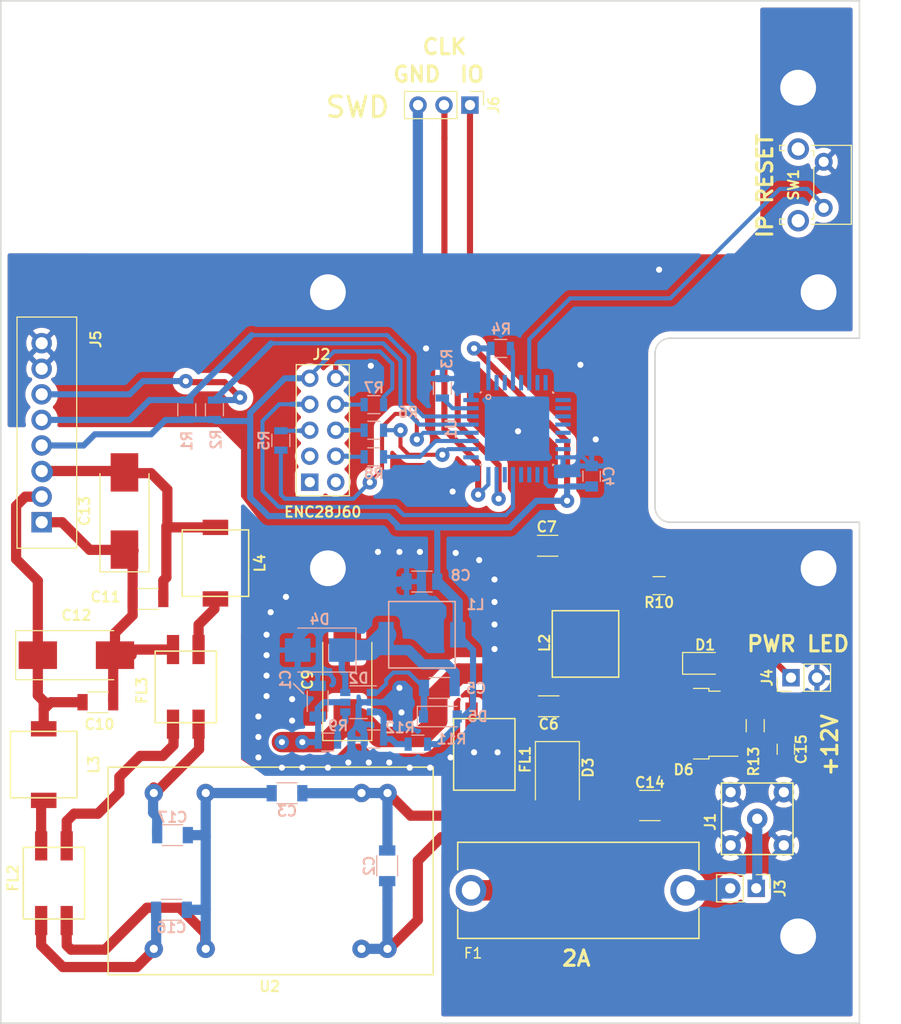
<source format=kicad_pcb>
(kicad_pcb (version 20171130) (host pcbnew "(5.1.2)-1")
  (layers (0 F.Cu signal) (31 B.Cu signal hide) (34 B.Paste user hide) (35 F.Paste user hide) (36 B.SilkS user hide) (37 F.SilkS user) (38 B.Mask user hide) (39 F.Mask user hide) (44 Edge.Cuts user))
  (net 0 "")
  (net 1 +12V)
  (net 2 GND)
  (net 3 "Net-(C2-Pad1)")
  (net 4 "Net-(C2-Pad2)")
  (net 5 +3V3)
  (net 6 "Net-(C5-Pad1)")
  (net 7 "Net-(C5-Pad2)")
  (net 8 "Net-(C6-Pad1)")
  (net 9 V+)
  (net 10 Acom)
  (net 11 V-)
  (net 12 "Net-(D2-Pad3)")
  (net 13 "Net-(D2-Pad4)")
  (net 14 "Net-(F1-Pad2)")
  (net 15 "Net-(FL2-Pad2)")
  (net 16 "Net-(FL2-Pad4)")
  (net 17 "Net-(FL3-Pad4)")
  (net 18 "Net-(J1-Pad1)")
  (net 19 "Net-(J2-Pad4)")
  (net 20 "Net-(J2-Pad5)")
  (net 21 "Net-(J2-Pad6)")
  (net 22 /CS)
  (net 23 "Net-(J2-Pad8)")
  (net 24 "Net-(J4-Pad1)")
  (net 25 /SDA)
  (net 26 /SCL)
  (net 27 /SWDIO)
  (net 28 /SWCLK)
  (net 29 "Net-(R3-Pad1)")
  (net 30 "Net-(R4-Pad2)")
  (net 31 /MOSI)
  (net 32 /SCK)
  (net 33 /MISO)
  (net 34 "Net-(SW1-Pad2)")
  (net 35 "Net-(C14-Pad1)")
  (net 36 "Net-(C15-Pad1)")
  (net 37 "Net-(C16-Pad2)")
  (net 38 "Net-(C16-Pad1)")
  (net 39 "Net-(C17-Pad2)")
  (module conn_custom:FH-101 (layer F.Cu) (at 172.5 127)
    (fp_text reference F1 (at -10.3 6.15) (layer F.SilkS))
    (fp_text value Fuse)
    (pad 2 thru_hole circle (at 10.5 0) (size 3 3) (drill 1.8) (layers *.Cu *.Mask) (net 14 "Net-(F1-Pad2)"))
    (pad 1 thru_hole circle (at -10.5 0) (size 3 3) (drill 1.8) (layers *.Cu *.Mask) (net 35 "Net-(C14-Pad1)"))
  )
  (module Lol:LEMO_00_R (layer F.Cu) (at 190 120 270)
    (fp_text reference J1 (at 0.3 4.6 270) (layer F.SilkS) (effects (font (thickness 0.2))))
    (fp_text value LEMO)
    (pad 1 thru_hole circle (at 0 0 270) (size 2 2) (drill 1) (layers *.Cu *.Mask) (net 18 "Net-(J1-Pad1)"))
    (pad 2 thru_hole circle (at 2.6 2.6 270) (size 2 2) (drill 1) (layers *.Cu *.Mask) (net 2 GND))
    (pad 2 thru_hole circle (at -2.6 2.6 270) (size 2 2) (drill 1) (layers *.Cu *.Mask) (net 2 GND))
    (pad 2 thru_hole circle (at -2.6 -2.6 270) (size 2 2) (drill 1) (layers *.Cu *.Mask) (net 2 GND))
    (pad 2 thru_hole circle (at 2.6 -2.6 270) (size 2 2) (drill 1) (layers *.Cu *.Mask) (net 2 GND))
  )
  (module DC_DC_custom:Traco_TEN5 (layer F.Cu) (at 142.4 125.1 270)
    (fp_text reference U2 (at 11.3 0.1) (layer F.SilkS) (effects (font (thickness 0.2))))
    (fp_text value "TEN 5-1222")
    (pad 14 thru_hole circle (at 7.62 11.43 270) (size 1.8 1.8) (drill 0.8) (layers *.Cu *.Mask) (net 38 "Net-(C16-Pad1)"))
    (pad 16 thru_hole circle (at 7.62 6.35 270) (size 1.8 1.8) (drill 0.8) (layers *.Cu *.Mask) (net 37 "Net-(C16-Pad2)"))
    (pad 11 thru_hole circle (at -7.62 11.43 270) (size 1.8 1.8) (drill 0.8) (layers *.Cu *.Mask) (net 39 "Net-(C17-Pad2)"))
    (pad 9 thru_hole circle (at -7.62 6.35 270) (size 1.8 1.8) (drill 0.8) (layers *.Cu *.Mask) (net 37 "Net-(C16-Pad2)"))
    (pad 22 thru_hole circle (at 7.62 -8.89 270) (size 1.8 1.8) (drill 0.8) (layers *.Cu *.Mask) (net 4 "Net-(C2-Pad2)"))
    (pad 23 thru_hole circle (at 7.62 -11.43 270) (size 1.8 1.8) (drill 0.8) (layers *.Cu *.Mask) (net 4 "Net-(C2-Pad2)"))
    (pad 3 thru_hole circle (at -7.62 -8.89 270) (size 1.8 1.8) (drill 0.8) (layers *.Cu *.Mask) (net 3 "Net-(C2-Pad1)"))
    (pad 2 thru_hole circle (at -7.62 -11.43 270) (size 1.8 1.8) (drill 0.8) (layers *.Cu *.Mask) (net 3 "Net-(C2-Pad1)"))
  )
  (module conn_custom:ENC28J60_module (layer F.Cu) (at 147.5 82)
    (fp_text reference J2 (at -0.127 -7.41) (layer F.SilkS) (effects (font (thickness 0.2))))
    (fp_text value ENC28J60 (at 0 8 180) (layer F.SilkS) (effects (font (thickness 0.2))))
    (pad 10 thru_hole oval (at 1.27 -5.08) (size 1.7 1.7) (drill 1) (layers *.Cu *.Mask) (net 2 GND))
    (pad 2 thru_hole oval (at 1.27 5.08) (size 1.7 1.7) (drill 1) (layers *.Cu *.Mask))
    (pad 3 thru_hole oval (at -1.27 2.54) (size 1.7 1.7) (drill 1) (layers *.Cu *.Mask))
    (pad 4 thru_hole oval (at 1.27 2.54) (size 1.7 1.7) (drill 1) (layers *.Cu *.Mask) (net 19 "Net-(J2-Pad4)"))
    (pad 5 thru_hole oval (at -1.27 0) (size 1.7 1.7) (drill 1) (layers *.Cu *.Mask) (net 20 "Net-(J2-Pad5)"))
    (pad 6 thru_hole oval (at 1.27 0) (size 1.7 1.7) (drill 1) (layers *.Cu *.Mask) (net 21 "Net-(J2-Pad6)"))
    (pad 7 thru_hole oval (at -1.27 -2.54) (size 1.7 1.7) (drill 1) (layers *.Cu *.Mask) (net 22 /CS))
    (pad 8 thru_hole oval (at 1.27 -2.54) (size 1.7 1.7) (drill 1) (layers *.Cu *.Mask) (net 23 "Net-(J2-Pad8)"))
    (pad 9 thru_hole oval (at -1.27 -5.08) (size 1.7 1.7) (drill 1) (layers *.Cu *.Mask) (net 5 +3V3))
    (pad 1 thru_hole rect (at -1.27 5.08) (size 1.7 1.7) (drill 1) (layers *.Cu *.Mask))
  )
  (module Capacitors_SMD:C_1206 (layer B.Cu) (at 132.8 121.6 180)
    (fp_text reference C17 (at 0 1.75) (layer B.SilkS) (effects (font (thickness 0.2)) (justify mirror)))
    (fp_text value 2.2u)
    (pad 1 smd rect (at -1.5 0 180) (size 1 1.6) (layers B.Cu B.Paste B.Mask) (net 37 "Net-(C16-Pad2)"))
    (pad 2 smd rect (at 1.5 0 180) (size 1 1.6) (layers B.Cu B.Paste B.Mask) (net 39 "Net-(C17-Pad2)"))
  )
  (module Capacitors_SMD:C_1206 (layer B.Cu) (at 132.7 128.9)
    (fp_text reference C16 (at 0 1.75) (layer B.SilkS) (effects (font (thickness 0.2)) (justify mirror)))
    (fp_text value 2.2u)
    (pad 1 smd rect (at -1.5 0) (size 1 1.6) (layers B.Cu B.Paste B.Mask) (net 38 "Net-(C16-Pad1)"))
    (pad 2 smd rect (at 1.5 0) (size 1 1.6) (layers B.Cu B.Paste B.Mask) (net 37 "Net-(C16-Pad2)"))
  )
  (module Capacitors_SMD:C_1210 (layer F.Cu) (at 179.5 118.7)
    (fp_text reference C14 (at 0 -2.25) (layer F.SilkS) (effects (font (thickness 0.2))))
    (fp_text value 10u)
    (pad 1 smd rect (at -1.5 0) (size 1 2.5) (layers F.Cu F.Paste F.Mask) (net 35 "Net-(C14-Pad1)"))
    (pad 2 smd rect (at 1.5 0) (size 1 2.5) (layers F.Cu F.Paste F.Mask) (net 2 GND))
  )
  (module Capacitors_SMD:C_1206 (layer B.Cu) (at 147 108.5 90)
    (fp_text reference C1 (at 2.1 -3.15 90) (layer B.SilkS) (effects (font (thickness 0.2)) (justify mirror)))
    (fp_text value 10u)
    (pad 1 smd rect (at -1.5 0 90) (size 1 1.6) (layers B.Cu B.Paste B.Mask) (net 1 +12V))
    (pad 2 smd rect (at 1.5 0 90) (size 1 1.6) (layers B.Cu B.Paste B.Mask) (net 2 GND))
  )
  (module Pin_Headers:Pin_Header_Straight_1x03_Pitch2.54mm (layer F.Cu) (at 161.9 50.2 270)
    (fp_text reference J6 (at 0 -2.33 270) (layer F.SilkS) (effects (font (thickness 0.2))))
    (fp_text value SWD)
    (pad 1 thru_hole rect (at 0 0 270) (size 1.7 1.7) (drill 1) (layers *.Cu *.Mask) (net 27 /SWDIO))
    (pad 2 thru_hole oval (at 0 2.54 270) (size 1.7 1.7) (drill 1) (layers *.Cu *.Mask) (net 28 /SWCLK))
    (pad 3 thru_hole oval (at 0 5.08 270) (size 1.7 1.7) (drill 1) (layers *.Cu *.Mask) (net 2 GND))
  )
  (module Capacitors_SMD:C_0805 (layer F.Cu) (at 192.8 113.2 270)
    (fp_text reference C15 (at 0 -1.5 90) (layer F.SilkS) (effects (font (thickness 0.2))))
    (fp_text value 0.1u)
    (pad 1 smd rect (at -1 0 270) (size 1 1.25) (layers F.Cu F.Paste F.Mask) (net 36 "Net-(C15-Pad1)"))
    (pad 2 smd rect (at 1 0 270) (size 1 1.25) (layers F.Cu F.Paste F.Mask) (net 2 GND))
  )
  (module Diodes_SMD:D_SMB (layer F.Cu) (at 170.45 116 270)
    (fp_text reference D3 (at -1 -3 270) (layer F.SilkS) (effects (font (thickness 0.2))))
    (fp_text value 10BQ030)
    (pad 1 smd rect (at -2.15 0 270) (size 2.5 2.3) (layers F.Cu F.Paste F.Mask) (net 8 "Net-(C6-Pad1)"))
    (pad 2 smd rect (at 2.15 0 270) (size 2.5 2.3) (layers F.Cu F.Paste F.Mask) (net 35 "Net-(C14-Pad1)"))
  )
  (module Resistors_SMD:R_0805 (layer F.Cu) (at 189.8 110.9 90)
    (fp_text reference R13 (at -3.5 -0.15 90) (layer F.SilkS) (effects (font (thickness 0.2))))
    (fp_text value 1k)
    (pad 1 smd rect (at -0.95 0 90) (size 0.7 1.3) (layers F.Cu F.Paste F.Mask) (net 2 GND))
    (pad 2 smd rect (at 0.95 0 90) (size 0.7 1.3) (layers F.Cu F.Paste F.Mask) (net 36 "Net-(C15-Pad1)"))
  )
  (module TO_SOT_Packages_SMD:TO-252-2 (layer F.Cu) (at 182.8 110.7 180)
    (fp_text reference D6 (at 0 -4.5) (layer F.SilkS) (effects (font (thickness 0.2))))
    (fp_text value T405-600B-TR)
    (pad 1 smd rect (at -4.2 -2.28 180) (size 2.2 1.2) (layers F.Cu F.Paste F.Mask) (net 2 GND))
    (pad 3 smd rect (at -4.2 2.28 180) (size 2.2 1.2) (layers F.Cu F.Paste F.Mask) (net 36 "Net-(C15-Pad1)"))
    (pad 2 smd rect (at 2.1 0 180) (size 6.4 5.8) (layers F.Cu F.Mask) (net 35 "Net-(C14-Pad1)"))
    (pad 2 smd rect (at 3.775 1.525 180) (size 3.05 2.75) (layers F.Cu F.Paste) (net 35 "Net-(C14-Pad1)"))
    (pad 2 smd rect (at 0.425 -1.525 180) (size 3.05 2.75) (layers F.Cu F.Paste) (net 35 "Net-(C14-Pad1)"))
    (pad 2 smd rect (at 3.775 -1.525 180) (size 3.05 2.75) (layers F.Cu F.Paste) (net 35 "Net-(C14-Pad1)"))
    (pad 2 smd rect (at 0.425 1.525 180) (size 3.05 2.75) (layers F.Cu F.Paste) (net 35 "Net-(C14-Pad1)"))
  )
  (module Diodes_SMD:D_1206 (layer F.Cu) (at 184.9 104.8)
    (fp_text reference D1 (at 0 -1.8) (layer F.SilkS) (effects (font (thickness 0.2))))
    (fp_text value BZV55-B15)
    (pad 1 smd rect (at -1.5 0) (size 1 1.6) (layers F.Cu F.Paste F.Mask) (net 35 "Net-(C14-Pad1)"))
    (pad 2 smd rect (at 1.5 0) (size 1 1.6) (layers F.Cu F.Paste F.Mask) (net 36 "Net-(C15-Pad1)"))
  )
  (module Capacitors_SMD:C_1206 (layer B.Cu) (at 153.8 124.6 270)
    (fp_text reference C2 (at 0 1.75 270) (layer B.SilkS) (effects (font (thickness 0.2)) (justify mirror)))
    (fp_text value 10u)
    (pad 1 smd rect (at -1.5 0 270) (size 1 1.6) (layers B.Cu B.Paste B.Mask) (net 3 "Net-(C2-Pad1)"))
    (pad 2 smd rect (at 1.5 0 270) (size 1 1.6) (layers B.Cu B.Paste B.Mask) (net 4 "Net-(C2-Pad2)"))
  )
  (module Capacitors_SMD:C_1206 (layer B.Cu) (at 144 117.5)
    (fp_text reference C3 (at 0 1.75) (layer B.SilkS) (effects (font (thickness 0.2)) (justify mirror)))
    (fp_text value 10n)
    (pad 1 smd rect (at -1.5 0) (size 1 1.6) (layers B.Cu B.Paste B.Mask) (net 37 "Net-(C16-Pad2)"))
    (pad 2 smd rect (at 1.5 0) (size 1 1.6) (layers B.Cu B.Paste B.Mask) (net 3 "Net-(C2-Pad1)"))
  )
  (module Capacitors_SMD:C_0805 (layer B.Cu) (at 173.8 86.5 90)
    (fp_text reference C4 (at 0 1.7 90) (layer B.SilkS) (effects (font (thickness 0.2)) (justify mirror)))
    (fp_text value 0.47u)
    (pad 1 smd rect (at -1 0 90) (size 1 1.25) (layers B.Cu B.Paste B.Mask) (net 5 +3V3))
    (pad 2 smd rect (at 1 0 90) (size 1 1.25) (layers B.Cu B.Paste B.Mask) (net 2 GND))
  )
  (module Capacitors_SMD:C_1206 (layer B.Cu) (at 158.9 107.2)
    (fp_text reference C5 (at 3.6 0.05) (layer B.SilkS) (effects (font (thickness 0.2)) (justify mirror)))
    (fp_text value 10n)
    (pad 1 smd rect (at -1.5 0) (size 1 1.6) (layers B.Cu B.Paste B.Mask) (net 6 "Net-(C5-Pad1)"))
    (pad 2 smd rect (at 1.5 0) (size 1 1.6) (layers B.Cu B.Paste B.Mask) (net 7 "Net-(C5-Pad2)"))
  )
  (module Capacitors_SMD:C_1206 (layer F.Cu) (at 169.6 109 180)
    (fp_text reference C6 (at 0 -1.75 180) (layer F.SilkS) (effects (font (thickness 0.2))))
    (fp_text value 10u)
    (pad 1 smd rect (at -1.5 0 180) (size 1 1.6) (layers F.Cu F.Paste F.Mask) (net 8 "Net-(C6-Pad1)"))
    (pad 2 smd rect (at 1.5 0 180) (size 1 1.6) (layers F.Cu F.Paste F.Mask) (net 2 GND))
  )
  (module Capacitors_SMD:C_1206 (layer F.Cu) (at 169.5 93.3 180)
    (fp_text reference C7 (at 0.1 1.85 180) (layer F.SilkS) (effects (font (thickness 0.2))))
    (fp_text value 10u)
    (pad 1 smd rect (at -1.5 0 180) (size 1 1.6) (layers F.Cu F.Paste F.Mask) (net 1 +12V))
    (pad 2 smd rect (at 1.5 0 180) (size 1 1.6) (layers F.Cu F.Paste F.Mask) (net 2 GND))
  )
  (module Capacitors_SMD:C_1206 (layer B.Cu) (at 157.2 96.8 180)
    (fp_text reference C8 (at -3.8 0.6 180) (layer B.SilkS) (effects (font (thickness 0.2)) (justify mirror)))
    (fp_text value 10u)
    (pad 1 smd rect (at -1.5 0 180) (size 1 1.6) (layers B.Cu B.Paste B.Mask) (net 5 +3V3))
    (pad 2 smd rect (at 1.5 0 180) (size 1 1.6) (layers B.Cu B.Paste B.Mask) (net 2 GND))
  )
  (module Capacitors_Tantalum_SMD:CP_Tantalum_Case-D_EIA-7343-31_Hand (layer F.Cu) (at 149.9 106.4 90)
    (fp_text reference C9 (at 0 -3.9 90) (layer F.SilkS) (effects (font (thickness 0.2))))
    (fp_text value 100u)
    (pad 1 smd rect (at -3.775 0 90) (size 3.75 2.7) (layers F.Cu F.Paste F.Mask) (net 1 +12V))
    (pad 2 smd rect (at 3.775 0 90) (size 3.75 2.7) (layers F.Cu F.Paste F.Mask) (net 2 GND))
  )
  (module Capacitors_SMD:C_1206 (layer F.Cu) (at 125.5 108.6)
    (fp_text reference C10 (at 0.15 2.15) (layer F.SilkS) (effects (font (thickness 0.2))))
    (fp_text value 2.2u)
    (pad 1 smd rect (at -1.5 0) (size 1 1.6) (layers F.Cu F.Paste F.Mask) (net 9 V+))
    (pad 2 smd rect (at 1.5 0) (size 1 1.6) (layers F.Cu F.Paste F.Mask) (net 10 Acom))
  )
  (module Capacitors_SMD:C_1206 (layer F.Cu) (at 130.4 98.5)
    (fp_text reference C11 (at -4.15 -0.2) (layer F.SilkS) (effects (font (thickness 0.2))))
    (fp_text value 2.2u)
    (pad 1 smd rect (at -1.5 0) (size 1 1.6) (layers F.Cu F.Paste F.Mask) (net 10 Acom))
    (pad 2 smd rect (at 1.5 0) (size 1 1.6) (layers F.Cu F.Paste F.Mask) (net 11 V-))
  )
  (module Capacitors_Tantalum_SMD:CP_Tantalum_Case-D_EIA-7343-31_Hand (layer F.Cu) (at 123.4 104)
    (fp_text reference C12 (at 0 -3.9) (layer F.SilkS) (effects (font (thickness 0.2))))
    (fp_text value 100u)
    (pad 1 smd rect (at -3.775 0) (size 3.75 2.7) (layers F.Cu F.Paste F.Mask) (net 9 V+))
    (pad 2 smd rect (at 3.775 0) (size 3.75 2.7) (layers F.Cu F.Paste F.Mask) (net 10 Acom))
  )
  (module Capacitors_Tantalum_SMD:CP_Tantalum_Case-D_EIA-7343-31_Hand (layer F.Cu) (at 128.1 89.9 90)
    (fp_text reference C13 (at 0 -3.9 90) (layer F.SilkS) (effects (font (thickness 0.2))))
    (fp_text value 100u)
    (pad 1 smd rect (at -3.775 0 90) (size 3.75 2.7) (layers F.Cu F.Paste F.Mask) (net 10 Acom))
    (pad 2 smd rect (at 3.775 0 90) (size 3.75 2.7) (layers F.Cu F.Paste F.Mask) (net 11 V-))
  )
  (module TO_SOT_Packages_SMD:SuperSOT-6 (layer B.Cu) (at 151 108.6 180)
    (fp_text reference D2 (at 0 2.35 180) (layer B.SilkS) (effects (font (thickness 0.2)) (justify mirror)))
    (fp_text value LM2734)
    (pad 1 smd rect (at -1.3 0.95 180) (size 1 0.7) (layers B.Cu B.Paste B.Mask) (net 6 "Net-(C5-Pad1)"))
    (pad 2 smd rect (at -1.3 0 180) (size 1 0.7) (layers B.Cu B.Paste B.Mask) (net 2 GND))
    (pad 3 smd rect (at -1.3 -0.95 180) (size 1 0.7) (layers B.Cu B.Paste B.Mask) (net 12 "Net-(D2-Pad3)"))
    (pad 4 smd rect (at 1.3 -0.95 180) (size 1 0.7) (layers B.Cu B.Paste B.Mask) (net 13 "Net-(D2-Pad4)"))
    (pad 6 smd rect (at 1.3 0.95 180) (size 1 0.7) (layers B.Cu B.Paste B.Mask) (net 7 "Net-(C5-Pad2)"))
    (pad 5 smd rect (at 1.3 0 180) (size 1 0.7) (layers B.Cu B.Paste B.Mask) (net 1 +12V))
  )
  (module Diodes_SMD:D_SMB (layer B.Cu) (at 147.2 103.5 180)
    (fp_text reference D4 (at 0 3 180) (layer B.SilkS) (effects (font (thickness 0.2)) (justify mirror)))
    (fp_text value 10BQ30)
    (pad 1 smd rect (at -2.15 0 180) (size 2.5 2.3) (layers B.Cu B.Paste B.Mask) (net 7 "Net-(C5-Pad2)"))
    (pad 2 smd rect (at 2.15 0 180) (size 2.5 2.3) (layers B.Cu B.Paste B.Mask) (net 2 GND))
  )
  (module Diodes_SMD:D_SOD-123 (layer B.Cu) (at 159 110)
    (fp_text reference D5 (at 3.65 0) (layer B.SilkS) (effects (font (thickness 0.2)) (justify mirror)))
    (fp_text value 1N4148)
    (pad 1 smd rect (at -1.65 0) (size 0.9 1.2) (layers B.Cu B.Paste B.Mask) (net 6 "Net-(C5-Pad1)"))
    (pad 2 smd rect (at 1.65 0) (size 0.9 1.2) (layers B.Cu B.Paste B.Mask) (net 5 +3V3))
  )
  (module Bourns:Bourns_B82790 (layer F.Cu) (at 163.3 113.7 270)
    (fp_text reference FL1 (at 0.5 -4 270) (layer F.SilkS) (effects (font (thickness 0.2))))
    (fp_text value EMI_Filter_LL)
    (pad 1 smd rect (at -3.65 -1.25 270) (size 2.85 1.2) (layers F.Cu F.Paste F.Mask) (net 1 +12V))
    (pad 2 smd rect (at 3.65 -1.25 270) (size 2.85 1.2) (layers F.Cu F.Paste F.Mask) (net 4 "Net-(C2-Pad2)"))
    (pad 3 smd rect (at -3.65 1.25 270) (size 2.85 1.2) (layers F.Cu F.Paste F.Mask) (net 2 GND))
    (pad 4 smd rect (at 3.65 1.25 270) (size 2.85 1.2) (layers F.Cu F.Paste F.Mask) (net 3 "Net-(C2-Pad1)"))
  )
  (module Bourns:Bourns_B82790 (layer F.Cu) (at 121.2 126.3 90)
    (fp_text reference FL2 (at 0.5 -4 90) (layer F.SilkS) (effects (font (thickness 0.2))))
    (fp_text value EMI_Filter_LL)
    (pad 1 smd rect (at -3.65 -1.25 90) (size 2.85 1.2) (layers F.Cu F.Paste F.Mask) (net 38 "Net-(C16-Pad1)"))
    (pad 2 smd rect (at 3.65 -1.25 90) (size 2.85 1.2) (layers F.Cu F.Paste F.Mask) (net 15 "Net-(FL2-Pad2)"))
    (pad 3 smd rect (at -3.65 1.25 90) (size 2.85 1.2) (layers F.Cu F.Paste F.Mask) (net 37 "Net-(C16-Pad2)"))
    (pad 4 smd rect (at 3.65 1.25 90) (size 2.85 1.2) (layers F.Cu F.Paste F.Mask) (net 16 "Net-(FL2-Pad4)"))
  )
  (module Bourns:Bourns_B82790 (layer F.Cu) (at 134.1 107.1 90)
    (fp_text reference FL3 (at -0.35 -4.3 90) (layer F.SilkS) (effects (font (thickness 0.2))))
    (fp_text value EMI_Filter_LL)
    (pad 1 smd rect (at -3.65 -1.25 90) (size 2.85 1.2) (layers F.Cu F.Paste F.Mask) (net 16 "Net-(FL2-Pad4)"))
    (pad 2 smd rect (at 3.65 -1.25 90) (size 2.85 1.2) (layers F.Cu F.Paste F.Mask) (net 10 Acom))
    (pad 3 smd rect (at -3.65 1.25 90) (size 2.85 1.2) (layers F.Cu F.Paste F.Mask) (net 39 "Net-(C17-Pad2)"))
    (pad 4 smd rect (at 3.65 1.25 90) (size 2.85 1.2) (layers F.Cu F.Paste F.Mask) (net 17 "Net-(FL3-Pad4)"))
  )
  (module Pin_Headers:Pin_Header_Straight_1x02_Pitch2.54mm (layer F.Cu) (at 189.9 126.8 270)
    (fp_text reference J3 (at 0 -2.33 270) (layer F.SilkS) (effects (font (thickness 0.2))))
    (fp_text value on/off)
    (pad 1 thru_hole rect (at 0 0 270) (size 1.7 1.7) (drill 1) (layers *.Cu *.Mask) (net 18 "Net-(J1-Pad1)"))
    (pad 2 thru_hole oval (at 0 2.54 270) (size 1.7 1.7) (drill 1) (layers *.Cu *.Mask) (net 14 "Net-(F1-Pad2)"))
  )
  (module Pin_Headers:Pin_Header_Straight_1x02_Pitch2.54mm (layer F.Cu) (at 193.3 106.2 90)
    (fp_text reference J4 (at 0 -2.33 90) (layer F.SilkS) (effects (font (thickness 0.2))))
    (fp_text value LDE)
    (pad 1 thru_hole rect (at 0 0 90) (size 1.7 1.7) (drill 1) (layers *.Cu *.Mask) (net 24 "Net-(J4-Pad1)"))
    (pad 2 thru_hole oval (at 0 2.54 90) (size 1.7 1.7) (drill 1) (layers *.Cu *.Mask) (net 2 GND))
  )
  (module Connect:Wafer_Vertical22.5x5.8x7RM2.5-8 (layer F.Cu) (at 120 91 90)
    (fp_text reference J5 (at 17.9 5.3 90) (layer F.SilkS) (effects (font (thickness 0.2))))
    (fp_text value DAC)
    (pad 1 thru_hole rect (at 0 0 90) (size 2 2) (drill 1.2) (layers *.Cu *.Mask) (net 10 Acom))
    (pad 2 thru_hole circle (at 2.51 0 90) (size 2 2) (drill 1.2) (layers *.Cu *.Mask) (net 9 V+))
    (pad 3 thru_hole circle (at 5.01 0 90) (size 2 2) (drill 1.2) (layers *.Cu *.Mask) (net 11 V-))
    (pad 4 thru_hole circle (at 7.51 0 90) (size 2 2) (drill 1.2) (layers *.Cu *.Mask) (net 5 +3V3))
    (pad 5 thru_hole circle (at 10.01 0 90) (size 2 2) (drill 1.2) (layers *.Cu *.Mask) (net 25 /SDA))
    (pad 6 thru_hole circle (at 12.51 0 90) (size 2 2) (drill 1.2) (layers *.Cu *.Mask) (net 26 /SCL))
    (pad 7 thru_hole circle (at 15.01 0 90) (size 2 2) (drill 1.2) (layers *.Cu *.Mask) (net 2 GND))
    (pad 8 thru_hole circle (at 17.51 0 90) (size 2 2) (drill 1.2) (layers *.Cu *.Mask) (net 2 GND))
  )
  (module Lol:SRR0603 (layer B.Cu) (at 157.2 102 180)
    (fp_text reference L1 (at -5.25 2.95 180) (layer B.SilkS) (effects (font (thickness 0.2)) (justify mirror)))
    (fp_text value 33u)
    (pad 1 smd rect (at -3.5 0 180) (size 1.5 2.5) (layers B.Cu B.Paste B.Mask) (net 5 +3V3))
    (pad 2 smd rect (at 3.5 0 180) (size 1.5 2.5) (layers B.Cu B.Paste B.Mask) (net 7 "Net-(C5-Pad2)"))
  )
  (module Lol:SRR0603 (layer F.Cu) (at 173.2 102.9 90)
    (fp_text reference L2 (at 0.1 -4 270) (layer F.SilkS) (effects (font (thickness 0.2))))
    (fp_text value 33u)
    (pad 1 smd rect (at -3.5 0 90) (size 1.5 2.5) (layers F.Cu F.Paste F.Mask) (net 8 "Net-(C6-Pad1)"))
    (pad 2 smd rect (at 3.5 0 90) (size 1.5 2.5) (layers F.Cu F.Paste F.Mask) (net 1 +12V))
  )
  (module Lol:SRR0603 (layer F.Cu) (at 120.2 114.7 90)
    (fp_text reference L3 (at 0 4.9 90) (layer F.SilkS) (effects (font (thickness 0.2))))
    (fp_text value 33u)
    (pad 1 smd rect (at -3.5 0 90) (size 1.5 2.5) (layers F.Cu F.Paste F.Mask) (net 15 "Net-(FL2-Pad2)"))
    (pad 2 smd rect (at 3.5 0 90) (size 1.5 2.5) (layers F.Cu F.Paste F.Mask) (net 9 V+))
  )
  (module Lol:SRR0603 (layer F.Cu) (at 137 95 270)
    (fp_text reference L4 (at 0 -4.35 270) (layer F.SilkS) (effects (font (thickness 0.2))))
    (fp_text value 33u)
    (pad 1 smd rect (at -3.5 0 270) (size 1.5 2.5) (layers F.Cu F.Paste F.Mask) (net 11 V-))
    (pad 2 smd rect (at 3.5 0 270) (size 1.5 2.5) (layers F.Cu F.Paste F.Mask) (net 17 "Net-(FL3-Pad4)"))
  )
  (module Buttons_Switches_ThroughHole:SW_Tactile_SPST_Angled_PTS645Vx39-2LFS (layer F.Cu) (at 196.5 55.75 270)
    (fp_text reference SW1 (at 2.25 2.95 270) (layer F.SilkS) (effects (font (thickness 0.2))))
    (fp_text value IP_reset)
    (pad "" thru_hole circle (at 5.76 2.49 270) (size 2.1 2.1) (drill 1.3) (layers *.Cu *.Mask))
    (pad 2 thru_hole circle (at 4.5 0 270) (size 1.75 1.75) (drill 0.99) (layers *.Cu *.Mask) (net 34 "Net-(SW1-Pad2)"))
    (pad 1 thru_hole circle (at 0 0 270) (size 1.75 1.75) (drill 0.99) (layers *.Cu *.Mask) (net 2 GND))
    (pad "" thru_hole circle (at -1.25 2.49 270) (size 2.1 2.1) (drill 1.3) (layers *.Cu *.Mask))
  )
  (module Lol:QFP_32 (layer B.Cu) (at 166.5 81.85 270)
    (fp_text reference U1 (at 0 6.45 270) (layer B.SilkS) (effects (font (thickness 0.2)) (justify mirror)))
    (fp_text value STM32F030K6Tx)
    (pad 1 smd rect (at -4.5 2.8 180) (size 0.4 1.5) (layers B.Cu B.Paste B.Mask) (net 5 +3V3))
    (pad 2 smd rect (at -4.5 2 180) (size 0.4 1.5) (layers B.Cu B.Paste B.Mask))
    (pad 3 smd rect (at -4.5 1.2 180) (size 0.4 1.5) (layers B.Cu B.Paste B.Mask))
    (pad 4 smd rect (at -4.5 0.4 180) (size 0.4 1.5) (layers B.Cu B.Paste B.Mask) (net 30 "Net-(R4-Pad2)"))
    (pad 5 smd rect (at -4.5 -0.4 180) (size 0.4 1.5) (layers B.Cu B.Paste B.Mask))
    (pad 6 smd rect (at -4.5 -1.2 180) (size 0.4 1.5) (layers B.Cu B.Paste B.Mask) (net 34 "Net-(SW1-Pad2)"))
    (pad 7 smd rect (at -4.5 -2 180) (size 0.4 1.5) (layers B.Cu B.Paste B.Mask))
    (pad 8 smd rect (at -4.5 -2.8 180) (size 0.4 1.5) (layers B.Cu B.Paste B.Mask))
    (pad 9 smd rect (at -2.8 -4.5 270) (size 0.4 1.5) (layers B.Cu B.Paste B.Mask))
    (pad 10 smd rect (at -2 -4.5 270) (size 0.4 1.5) (layers B.Cu B.Paste B.Mask))
    (pad 11 smd rect (at -1.2 -4.5 270) (size 0.4 1.5) (layers B.Cu B.Paste B.Mask))
    (pad 12 smd rect (at -0.4 -4.5 270) (size 0.4 1.5) (layers B.Cu B.Paste B.Mask))
    (pad 13 smd rect (at 0.4 -4.5 270) (size 0.4 1.5) (layers B.Cu B.Paste B.Mask))
    (pad 14 smd rect (at 1.2 -4.5 270) (size 0.4 1.5) (layers B.Cu B.Paste B.Mask))
    (pad 15 smd rect (at 2 -4.5 270) (size 0.4 1.5) (layers B.Cu B.Paste B.Mask))
    (pad 16 smd rect (at 2.8 -4.5 270) (size 0.4 1.5) (layers B.Cu B.Paste B.Mask) (net 2 GND))
    (pad 17 smd rect (at 4.5 -2.8 180) (size 0.4 1.5) (layers B.Cu B.Paste B.Mask) (net 5 +3V3))
    (pad 18 smd rect (at 4.5 -2 180) (size 0.4 1.5) (layers B.Cu B.Paste B.Mask))
    (pad 19 smd rect (at 4.5 -1.2 180) (size 0.4 1.5) (layers B.Cu B.Paste B.Mask))
    (pad 20 smd rect (at 4.5 -0.4 180) (size 0.4 1.5) (layers B.Cu B.Paste B.Mask))
    (pad 21 smd rect (at 4.5 0.4 180) (size 0.4 1.5) (layers B.Cu B.Paste B.Mask) (net 22 /CS))
    (pad 22 smd rect (at 4.5 1.2 180) (size 0.4 1.5) (layers B.Cu B.Paste B.Mask))
    (pad 23 smd rect (at 4.5 2 180) (size 0.4 1.5) (layers B.Cu B.Paste B.Mask) (net 27 /SWDIO))
    (pad 24 smd rect (at 4.5 2.8 180) (size 0.4 1.5) (layers B.Cu B.Paste B.Mask) (net 28 /SWCLK))
    (pad 25 smd rect (at 2.8 4.5 270) (size 0.4 1.5) (layers B.Cu B.Paste B.Mask))
    (pad 26 smd rect (at 2 4.5 270) (size 0.4 1.5) (layers B.Cu B.Paste B.Mask) (net 32 /SCK))
    (pad 27 smd rect (at 1.2 4.5 270) (size 0.4 1.5) (layers B.Cu B.Paste B.Mask) (net 33 /MISO))
    (pad 28 smd rect (at 0.4 4.5 270) (size 0.4 1.5) (layers B.Cu B.Paste B.Mask) (net 31 /MOSI))
    (pad 29 smd rect (at -0.4 4.5 270) (size 0.4 1.5) (layers B.Cu B.Paste B.Mask) (net 26 /SCL))
    (pad 30 smd rect (at -1.2 4.5 270) (size 0.4 1.5) (layers B.Cu B.Paste B.Mask) (net 25 /SDA))
    (pad 31 smd rect (at -2 4.5 270) (size 0.4 1.5) (layers B.Cu B.Paste B.Mask) (net 29 "Net-(R3-Pad1)"))
    (pad 32 smd rect (at -2.8 4.5 270) (size 0.4 1.5) (layers B.Cu B.Paste B.Mask) (net 2 GND))
  )
  (module Resistors_SMD:R_0805 (layer B.Cu) (at 134.2 80 270)
    (fp_text reference R1 (at 3.05 0 270) (layer B.SilkS) (effects (font (thickness 0.2)) (justify mirror)))
    (fp_text value 4.7k)
    (pad 1 smd rect (at -0.95 0 270) (size 0.7 1.3) (layers B.Cu B.Paste B.Mask) (net 25 /SDA))
    (pad 2 smd rect (at 0.95 0 270) (size 0.7 1.3) (layers B.Cu B.Paste B.Mask) (net 5 +3V3))
  )
  (module Resistors_SMD:R_0805 (layer B.Cu) (at 136.9 80 270)
    (fp_text reference R2 (at 2.9 -0.15 270) (layer B.SilkS) (effects (font (thickness 0.2)) (justify mirror)))
    (fp_text value 4.7k)
    (pad 1 smd rect (at -0.95 0 270) (size 0.7 1.3) (layers B.Cu B.Paste B.Mask) (net 26 /SCL))
    (pad 2 smd rect (at 0.95 0 270) (size 0.7 1.3) (layers B.Cu B.Paste B.Mask) (net 5 +3V3))
  )
  (module Resistors_SMD:R_0805 (layer B.Cu) (at 159.2 77.9 90)
    (fp_text reference R3 (at 2.9 0.45 90) (layer B.SilkS) (effects (font (thickness 0.2)) (justify mirror)))
    (fp_text value 10k)
    (pad 1 smd rect (at -0.95 0 90) (size 0.7 1.3) (layers B.Cu B.Paste B.Mask) (net 29 "Net-(R3-Pad1)"))
    (pad 2 smd rect (at 0.95 0 90) (size 0.7 1.3) (layers B.Cu B.Paste B.Mask) (net 2 GND))
  )
  (module Resistors_SMD:R_0805 (layer B.Cu) (at 164.9 74)
    (fp_text reference R4 (at 0.05 -1.9) (layer B.SilkS) (effects (font (thickness 0.2)) (justify mirror)))
    (fp_text value 10k)
    (pad 1 smd rect (at -0.95 0) (size 0.7 1.3) (layers B.Cu B.Paste B.Mask) (net 5 +3V3))
    (pad 2 smd rect (at 0.95 0) (size 0.7 1.3) (layers B.Cu B.Paste B.Mask) (net 30 "Net-(R4-Pad2)"))
  )
  (module Resistors_SMD:R_0805 (layer B.Cu) (at 143.4 83 270)
    (fp_text reference R5 (at 0 1.65 270) (layer B.SilkS) (effects (font (thickness 0.2)) (justify mirror)))
    (fp_text value 100)
    (pad 1 smd rect (at -0.95 0 270) (size 0.7 1.3) (layers B.Cu B.Paste B.Mask) (net 20 "Net-(J2-Pad5)"))
    (pad 2 smd rect (at 0.95 0 270) (size 0.7 1.3) (layers B.Cu B.Paste B.Mask) (net 31 /MOSI))
  )
  (module Resistors_SMD:R_0805 (layer B.Cu) (at 152.5 82 180)
    (fp_text reference R6 (at -3.35 1.75 180) (layer B.SilkS) (effects (font (thickness 0.2)) (justify mirror)))
    (fp_text value 100)
    (pad 1 smd rect (at -0.95 0 180) (size 0.7 1.3) (layers B.Cu B.Paste B.Mask) (net 32 /SCK))
    (pad 2 smd rect (at 0.95 0 180) (size 0.7 1.3) (layers B.Cu B.Paste B.Mask) (net 21 "Net-(J2-Pad6)"))
  )
  (module Resistors_SMD:R_0805 (layer B.Cu) (at 152.5 79.5 180)
    (fp_text reference R7 (at 0 1.65 180) (layer B.SilkS) (effects (font (thickness 0.2)) (justify mirror)))
    (fp_text value 10k)
    (pad 1 smd rect (at -0.95 0 180) (size 0.7 1.3) (layers B.Cu B.Paste B.Mask) (net 5 +3V3))
    (pad 2 smd rect (at 0.95 0 180) (size 0.7 1.3) (layers B.Cu B.Paste B.Mask) (net 23 "Net-(J2-Pad8)"))
  )
  (module Resistors_SMD:R_0805 (layer B.Cu) (at 152.5 84.6)
    (fp_text reference R8 (at 0 1.65) (layer B.SilkS) (effects (font (thickness 0.2)) (justify mirror)))
    (fp_text value 100)
    (pad 1 smd rect (at -0.95 0) (size 0.7 1.3) (layers B.Cu B.Paste B.Mask) (net 19 "Net-(J2-Pad4)"))
    (pad 2 smd rect (at 0.95 0) (size 0.7 1.3) (layers B.Cu B.Paste B.Mask) (net 33 /MISO))
  )
  (module Resistors_SMD:R_0805 (layer B.Cu) (at 148 112.5 180)
    (fp_text reference R9 (at -1 1.6 180) (layer B.SilkS) (effects (font (thickness 0.2)) (justify mirror)))
    (fp_text value 100k)
    (pad 1 smd rect (at -0.95 0 180) (size 0.7 1.3) (layers B.Cu B.Paste B.Mask) (net 13 "Net-(D2-Pad4)"))
    (pad 2 smd rect (at 0.95 0 180) (size 0.7 1.3) (layers B.Cu B.Paste B.Mask) (net 1 +12V))
  )
  (module Resistors_SMD:R_0805 (layer F.Cu) (at 180.4 97.2 180)
    (fp_text reference R10 (at 0 -1.65) (layer F.SilkS) (effects (font (thickness 0.2))))
    (fp_text value 1k)
    (pad 1 smd rect (at -0.95 0 180) (size 0.7 1.3) (layers F.Cu F.Paste F.Mask) (net 24 "Net-(J4-Pad1)"))
    (pad 2 smd rect (at 0.95 0 180) (size 0.7 1.3) (layers F.Cu F.Paste F.Mask) (net 1 +12V))
  )
  (module Resistors_SMD:R_0805 (layer B.Cu) (at 156.8 112.7)
    (fp_text reference R11 (at 3.3 -0.5) (layer B.SilkS) (effects (font (thickness 0.2)) (justify mirror)))
    (fp_text value 31.6k)
    (pad 1 smd rect (at -0.95 0) (size 0.7 1.3) (layers B.Cu B.Paste B.Mask) (net 12 "Net-(D2-Pad3)"))
    (pad 2 smd rect (at 0.95 0) (size 0.7 1.3) (layers B.Cu B.Paste B.Mask) (net 5 +3V3))
  )
  (module Resistors_SMD:R_0805 (layer B.Cu) (at 152.5 112.2)
    (fp_text reference R12 (at 2.55 -1.1 180) (layer B.SilkS) (effects (font (thickness 0.2)) (justify mirror)))
    (fp_text value 10k)
    (pad 1 smd rect (at -0.95 0) (size 0.7 1.3) (layers B.Cu B.Paste B.Mask) (net 2 GND))
    (pad 2 smd rect (at 0.95 0) (size 0.7 1.3) (layers B.Cu B.Paste B.Mask) (net 12 "Net-(D2-Pad3)"))
  )
  (gr_line (start 144.65 106.8) (end 145.6 107.75) (layer B.SilkS) (width 0.15))
  (gr_text 2A (at 172.3 133.65) (layer F.SilkS) (effects (font (size 1.5 1.5) (thickness 0.3))))
  (gr_text "PWR LED" (at 194 102.9) (layer F.SilkS) (effects (font (size 1.5 1.5) (thickness 0.3))))
  (gr_text +12V (at 197.1 112.8 90) (layer F.SilkS) (effects (font (size 1.5 1.5) (thickness 0.3))))
  (gr_text "IP RESET" (at 190.75 58.1 90) (layer F.SilkS) (effects (font (size 1.5 1.5) (thickness 0.3))))
  (gr_text GND (at 156.7 47.2) (layer F.SilkS) (effects (font (size 1.5 1.5) (thickness 0.3))))
  (gr_text IO (at 162.1 47.2) (layer F.SilkS) (effects (font (size 1.5 1.5) (thickness 0.3))))
  (gr_text CLK (at 159.4 44.5) (layer F.SilkS) (effects (font (size 1.5 1.5) (thickness 0.3))))
  (gr_text SWD (at 150.9 50.4) (layer F.SilkS) (effects (font (size 2 2) (thickness 0.3))))
  (gr_line (start 200 91) (end 200 140) (layer Edge.Cuts) (width 0.15))
  (gr_line (start 200 73) (end 200 40) (layer Edge.Cuts) (width 0.15))
  (gr_arc (start 181.5 89.5) (end 180 89.5) (angle -90) (layer Edge.Cuts) (width 0.15))
  (gr_arc (start 181.5 74.5) (end 181.5 73) (angle -90) (layer Edge.Cuts) (width 0.15))
  (gr_line (start 181.5 91) (end 200 91) (angle 90) (layer Edge.Cuts) (width 0.15))
  (gr_line (start 180 74.5) (end 180 89.5) (angle 90) (layer Edge.Cuts) (width 0.15))
  (gr_line (start 200 73) (end 181.5 73) (angle 90) (layer Edge.Cuts) (width 0.15))
  (gr_line (start 116 40) (end 200 40) (angle 90) (layer Edge.Cuts) (width 0.15))
  (gr_line (start 116 140) (end 116 40) (angle 90) (layer Edge.Cuts) (width 0.15))
  (gr_line (start 200 140) (end 116 140) (angle 90) (layer Edge.Cuts) (width 0.15))
  (via (at 145.5 112.5) (size 1.4) (drill 0.6) (layers F.Cu B.Cu) (net 1))
  (via (at 143.5 112.5) (size 1.4) (drill 0.6) (layers F.Cu B.Cu) (net 1))
  (segment (start 147.05 112.5) (end 147.05 110.05) (width 0.6) (layer B.Cu) (net 1))
  (segment (start 147.05 110.05) (end 147 110) (width 0.6) (layer B.Cu) (net 1))
  (segment (start 149.7 108.6) (end 147.6 108.6) (width 0.6) (layer B.Cu) (net 1))
  (segment (start 147 109.2) (end 147 110) (width 0.6) (layer B.Cu) (net 1))
  (segment (start 147.6 108.6) (end 147 109.2) (width 0.6) (layer B.Cu) (net 1))
  (segment (start 147.25 110.05) (end 147.2 110) (width 0.6) (layer B.Cu) (net 1))
  (segment (start 149.9 110.175) (end 149.9 110.6) (width 2) (layer F.Cu) (net 1))
  (segment (start 147.05 112.5) (end 145.5 112.5) (width 0.6) (layer B.Cu) (net 1))
  (segment (start 149.9 110.175) (end 149.9 110.5) (width 2) (layer F.Cu) (net 1))
  (segment (start 147.9 112.5) (end 145.5 112.5) (width 2) (layer F.Cu) (net 1))
  (segment (start 149.9 110.5) (end 147.9 112.5) (width 2) (layer F.Cu) (net 1))
  (segment (start 145.5 112.5) (end 143.5 112.5) (width 2) (layer F.Cu) (net 1))
  (segment (start 173.1 99.4) (end 173.1 99.1) (width 1) (layer F.Cu) (net 1))
  (segment (start 173.2 97.2) (end 173.2 98.8) (width 2) (layer F.Cu) (net 1))
  (segment (start 172.6 96.6) (end 173.2 97.2) (width 2) (layer F.Cu) (net 1))
  (segment (start 167.9 98.2) (end 169.5 96.6) (width 2) (layer F.Cu) (net 1))
  (segment (start 167.9 104.2) (end 167.9 98.2) (width 2) (layer F.Cu) (net 1))
  (segment (start 166.3 105.8) (end 167.9 104.2) (width 2) (layer F.Cu) (net 1))
  (segment (start 151.175 110.175) (end 153 112) (width 2) (layer F.Cu) (net 1))
  (segment (start 153 112) (end 157.1 112) (width 2) (layer F.Cu) (net 1))
  (segment (start 157.1 112) (end 158.7 110.4) (width 2) (layer F.Cu) (net 1))
  (segment (start 149.9 110.175) (end 151.175 110.175) (width 2) (layer F.Cu) (net 1))
  (segment (start 158.7 110.4) (end 158.7 107.9) (width 2) (layer F.Cu) (net 1))
  (segment (start 158.7 107.9) (end 160.8 105.8) (width 2) (layer F.Cu) (net 1))
  (segment (start 164.3 107.375) (end 164.3 105.8) (width 1) (layer F.Cu) (net 1))
  (segment (start 164.55 107.625) (end 164.3 107.375) (width 1) (layer F.Cu) (net 1))
  (segment (start 164.55 110.05) (end 164.55 107.625) (width 1) (layer F.Cu) (net 1))
  (segment (start 160.8 105.8) (end 164.3 105.8) (width 2) (layer F.Cu) (net 1))
  (segment (start 164.3 105.8) (end 166.3 105.8) (width 2) (layer F.Cu) (net 1))
  (segment (start 170.6 95.5) (end 170.6 96.6) (width 1) (layer F.Cu) (net 1))
  (segment (start 171 95.1) (end 170.6 95.5) (width 1) (layer F.Cu) (net 1))
  (segment (start 171 93.3) (end 171 95.1) (width 1) (layer F.Cu) (net 1))
  (segment (start 169.5 96.6) (end 170.6 96.6) (width 2) (layer F.Cu) (net 1))
  (segment (start 170.6 96.6) (end 172.6 96.6) (width 2) (layer F.Cu) (net 1))
  (segment (start 172.6 96.6) (end 178.7 96.6) (width 0.6) (layer F.Cu) (net 1))
  (segment (start 178.7 96.6) (end 179.3 97.2) (width 0.6) (layer F.Cu) (net 1))
  (via (at 194 48.5) (size 6.5) (drill 3.5) (layers F.Cu B.Cu) (net 2))
  (via (at 194 131.5) (size 6.5) (drill 3.5) (layers F.Cu B.Cu) (net 2))
  (via (at 148 68.5) (size 6.5) (drill 3.5) (layers F.Cu B.Cu) (net 2))
  (via (at 196 68.5) (size 6.5) (drill 3.5) (layers F.Cu B.Cu) (net 2))
  (via (at 148 95.5) (size 6.5) (drill 3.5) (layers F.Cu B.Cu) (net 2))
  (via (at 196 95.5) (size 6.5) (drill 3.5) (layers F.Cu B.Cu) (net 2))
  (segment (start 148.77 76.92) (end 150.98 76.92) (width 0.4) (layer B.Cu) (net 2))
  (via (at 152.2 75.7) (size 1.4) (drill 0.6) (layers F.Cu B.Cu) (net 2))
  (segment (start 150.98 76.92) (end 152.2 75.7) (width 0.4) (layer B.Cu) (net 2))
  (segment (start 171 84.65) (end 172.95 84.65) (width 0.4) (layer B.Cu) (net 2))
  (segment (start 172.95 84.65) (end 173.8 85.5) (width 0.4) (layer B.Cu) (net 2))
  (segment (start 145.05 103.5) (end 145.05 102.25) (width 1) (layer B.Cu) (net 2))
  (segment (start 154.6 96.8) (end 155.7 96.8) (width 1) (layer B.Cu) (net 2))
  (segment (start 151 100.4) (end 154.6 96.8) (width 1) (layer B.Cu) (net 2))
  (segment (start 146.9 100.4) (end 151 100.4) (width 1) (layer B.Cu) (net 2))
  (segment (start 145.05 102.25) (end 146.9 100.4) (width 1) (layer B.Cu) (net 2))
  (segment (start 144.5 108.3) (end 144.5 110.4) (width 0.6) (layer B.Cu) (net 2))
  (via (at 144.5 110.4) (size 1.4) (drill 0.6) (layers F.Cu B.Cu) (net 2))
  (segment (start 144.5 108.3) (end 144.6 108.4) (width 0.6) (layer F.Cu) (net 2))
  (via (at 144.5 108.3) (size 1.4) (drill 0.6) (layers F.Cu B.Cu) (net 2))
  (via (at 155.2 109.6) (size 1.4) (drill 0.6) (layers F.Cu B.Cu) (net 2))
  (segment (start 155.2 109.6) (end 155.2 108.4) (width 0.6) (layer F.Cu) (net 2))
  (segment (start 147 107) (end 145.8 107) (width 0.6) (layer B.Cu) (net 2))
  (segment (start 145.8 107) (end 144.5 108.3) (width 0.6) (layer B.Cu) (net 2))
  (segment (start 152.3 108.6) (end 153.6 108.6) (width 0.6) (layer B.Cu) (net 2))
  (segment (start 153.6 108.6) (end 155 107.2) (width 0.6) (layer B.Cu) (net 2))
  (via (at 155 107.2) (size 1.4) (drill 0.6) (layers F.Cu B.Cu) (net 2))
  (segment (start 155 107.2) (end 155.2 107.4) (width 0.6) (layer F.Cu) (net 2))
  (segment (start 155.2 107.4) (end 155.2 108.4) (width 0.6) (layer F.Cu) (net 2))
  (segment (start 147 107) (end 145.9 107) (width 0.6) (layer B.Cu) (net 2))
  (segment (start 145.05 106.15) (end 145.05 103.5) (width 0.6) (layer B.Cu) (net 2))
  (segment (start 145.9 107) (end 145.05 106.15) (width 0.6) (layer B.Cu) (net 2))
  (segment (start 152.3 108.6) (end 151.3 108.6) (width 0.6) (layer B.Cu) (net 2))
  (segment (start 151 111.1) (end 151.55 111.65) (width 0.6) (layer B.Cu) (net 2))
  (segment (start 151 108.9) (end 151 111.1) (width 0.6) (layer B.Cu) (net 2))
  (segment (start 151.3 108.6) (end 151 108.9) (width 0.6) (layer B.Cu) (net 2))
  (segment (start 151.55 111.65) (end 151.55 112.2) (width 0.6) (layer B.Cu) (net 2))
  (via (at 142.4 99.8) (size 1.4) (drill 0.6) (layers F.Cu B.Cu) (net 2))
  (via (at 142 102) (size 1.4) (drill 0.6) (layers F.Cu B.Cu) (net 2))
  (via (at 142 104) (size 1.4) (drill 0.6) (layers F.Cu B.Cu) (net 2))
  (via (at 142 106) (size 1.4) (drill 0.6) (layers F.Cu B.Cu) (net 2))
  (via (at 142 108) (size 1.4) (drill 0.6) (layers F.Cu B.Cu) (net 2))
  (via (at 141.2 110) (size 1.4) (drill 0.6) (layers F.Cu B.Cu) (net 2))
  (via (at 141.2 112) (size 1.4) (drill 0.6) (layers F.Cu B.Cu) (net 2))
  (via (at 141.2 114) (size 1.4) (drill 0.6) (layers F.Cu B.Cu) (net 2))
  (via (at 143.9 98.3) (size 1.4) (drill 0.6) (layers F.Cu B.Cu) (net 2))
  (via (at 143.5 115) (size 1.4) (drill 0.6) (layers F.Cu B.Cu) (net 2))
  (via (at 145.5 115) (size 1.4) (drill 0.6) (layers F.Cu B.Cu) (net 2))
  (via (at 148 115) (size 1.4) (drill 0.6) (layers F.Cu B.Cu) (net 2))
  (via (at 150 114.5) (size 1.4) (drill 0.6) (layers F.Cu B.Cu) (net 2))
  (via (at 152 114.5) (size 1.4) (drill 0.6) (layers F.Cu B.Cu) (net 2))
  (via (at 154 114.5) (size 1.4) (drill 0.6) (layers F.Cu B.Cu) (net 2))
  (via (at 156 115) (size 1.4) (drill 0.6) (layers F.Cu B.Cu) (net 2))
  (via (at 158 115) (size 1.4) (drill 0.6) (layers F.Cu B.Cu) (net 2))
  (via (at 160 114) (size 1.4) (drill 0.6) (layers F.Cu B.Cu) (net 2))
  (via (at 162.3 113.5) (size 1.4) (drill 0.6) (layers F.Cu B.Cu) (net 2))
  (via (at 164.6 113.5) (size 1.4) (drill 0.6) (layers F.Cu B.Cu) (net 2))
  (via (at 164.3 103.4) (size 1.4) (drill 0.6) (layers F.Cu B.Cu) (net 2))
  (via (at 152.9 93.9) (size 1.4) (drill 0.6) (layers F.Cu B.Cu) (net 2))
  (via (at 155 93.9) (size 1.4) (drill 0.6) (layers F.Cu B.Cu) (net 2))
  (via (at 157 93.9) (size 1.4) (drill 0.6) (layers F.Cu B.Cu) (net 2))
  (via (at 160.5 94) (size 1.4) (drill 0.6) (layers F.Cu B.Cu) (net 2))
  (via (at 162.8 94.7) (size 1.4) (drill 0.6) (layers F.Cu B.Cu) (net 2))
  (via (at 164.3 96.6) (size 1.4) (drill 0.6) (layers F.Cu B.Cu) (net 2))
  (via (at 164.3 98.8) (size 1.4) (drill 0.6) (layers F.Cu B.Cu) (net 2))
  (via (at 164.3 101) (size 1.4) (drill 0.6) (layers F.Cu B.Cu) (net 2))
  (segment (start 155.8 68.5) (end 148 68.5) (width 0.6) (layer B.Cu) (net 2))
  (segment (start 156.8 67.5) (end 155.8 68.5) (width 0.6) (layer B.Cu) (net 2))
  (segment (start 156.82 50.2) (end 156.8 50.22) (width 0.6) (layer B.Cu) (net 2))
  (segment (start 156.8 50.22) (end 156.8 67.5) (width 1) (layer B.Cu) (net 2))
  (via (at 174.2 82.9) (size 1.4) (drill 0.6) (layers F.Cu B.Cu) (net 2))
  (via (at 166.6 82.1) (size 1.4) (drill 0.6) (layers F.Cu B.Cu) (net 2))
  (via (at 160.2 88) (size 1.4) (drill 0.6) (layers F.Cu B.Cu) (net 2))
  (via (at 157.6 74) (size 1.4) (drill 0.6) (layers F.Cu B.Cu) (net 2))
  (via (at 172.7 75.6) (size 1.4) (drill 0.6) (layers F.Cu B.Cu) (net 2))
  (via (at 180.4 66.3) (size 1.4) (drill 0.6) (layers F.Cu B.Cu) (net 2))
  (segment (start 151.29 117.48) (end 153.83 117.48) (width 1) (layer B.Cu) (net 3))
  (segment (start 153.83 117.48) (end 153.83 121) (width 1) (layer B.Cu) (net 3))
  (segment (start 153.83 121) (end 153.83 123.07) (width 1) (layer B.Cu) (net 3))
  (segment (start 153.83 123.07) (end 153.8 123.1) (width 1) (layer B.Cu) (net 3))
  (segment (start 145.5 117.5) (end 151.27 117.5) (width 1) (layer B.Cu) (net 3))
  (segment (start 151.27 117.5) (end 151.29 117.48) (width 1) (layer B.Cu) (net 3))
  (segment (start 153.8 117.4) (end 153.7 117.4) (width 1) (layer F.Cu) (net 3))
  (segment (start 156.1 119.7) (end 153.8 117.4) (width 1) (layer F.Cu) (net 3))
  (segment (start 161.2 119.7) (end 156.1 119.7) (width 1) (layer F.Cu) (net 3))
  (segment (start 162.05 117.35) (end 162.05 118.85) (width 1) (layer F.Cu) (net 3))
  (segment (start 162.05 118.85) (end 161.2 119.7) (width 1) (layer F.Cu) (net 3))
  (segment (start 151.29 132.72) (end 153.83 132.72) (width 1) (layer B.Cu) (net 4))
  (segment (start 153.83 132.72) (end 153.83 127.9) (width 1) (layer B.Cu) (net 4))
  (segment (start 153.83 127.9) (end 153.83 126.13) (width 1) (layer B.Cu) (net 4))
  (segment (start 153.83 126.13) (end 153.8 126.1) (width 1) (layer B.Cu) (net 4))
  (segment (start 153.9 132.8) (end 153.8 132.8) (width 1) (layer F.Cu) (net 4))
  (segment (start 164.55 117.35) (end 164.55 119.75) (width 1) (layer F.Cu) (net 4))
  (segment (start 164.55 119.75) (end 162.5 121.8) (width 1) (layer F.Cu) (net 4))
  (segment (start 162.5 121.8) (end 159.1 121.8) (width 1) (layer F.Cu) (net 4))
  (segment (start 159.1 121.8) (end 156.8 124.1) (width 1) (layer F.Cu) (net 4))
  (segment (start 156.8 124.1) (end 156.8 129.9) (width 1) (layer F.Cu) (net 4))
  (segment (start 156.8 129.9) (end 153.9 132.8) (width 1) (layer F.Cu) (net 4))
  (segment (start 171.4 88.9) (end 171.4 83.1) (width 0.6) (layer F.Cu) (net 5))
  (via (at 171.4 88.9) (size 1.4) (drill 0.6) (layers F.Cu B.Cu) (net 5))
  (segment (start 162.3 74) (end 163.95 74) (width 0.6) (layer B.Cu) (net 5))
  (via (at 162.3 74) (size 1.4) (drill 0.6) (layers F.Cu B.Cu) (net 5))
  (segment (start 171.4 83.1) (end 162.3 74) (width 0.6) (layer F.Cu) (net 5))
  (segment (start 140.4 88.2) (end 140.4 88.6) (width 0.6) (layer B.Cu) (net 5))
  (segment (start 140.4 81.1) (end 140.4 88.2) (width 0.6) (layer B.Cu) (net 5))
  (segment (start 153.9 90.4) (end 155 91.5) (width 0.6) (layer B.Cu) (net 5))
  (segment (start 142.2 90.4) (end 153.9 90.4) (width 0.6) (layer B.Cu) (net 5))
  (segment (start 140.4 88.6) (end 142.2 90.4) (width 0.6) (layer B.Cu) (net 5))
  (segment (start 153.45 79.5) (end 153.45 78.75) (width 0.4) (layer B.Cu) (net 5))
  (segment (start 146.23 76.67) (end 146.23 76.92) (width 0.4) (layer B.Cu) (net 5))
  (segment (start 148.6 74.3) (end 146.23 76.67) (width 0.4) (layer B.Cu) (net 5))
  (segment (start 153.1 74.3) (end 148.6 74.3) (width 0.4) (layer B.Cu) (net 5))
  (segment (start 154.3 75.5) (end 153.1 74.3) (width 0.4) (layer B.Cu) (net 5))
  (segment (start 154.3 77.9) (end 154.3 75.5) (width 0.4) (layer B.Cu) (net 5))
  (segment (start 153.45 78.75) (end 154.3 77.9) (width 0.4) (layer B.Cu) (net 5))
  (segment (start 136.9 80.95) (end 134.2 80.95) (width 0.6) (layer B.Cu) (net 5))
  (segment (start 158.7 91.5) (end 155 91.5) (width 0.6) (layer B.Cu) (net 5))
  (segment (start 155 91.5) (end 154.8 91.5) (width 0.6) (layer B.Cu) (net 5))
  (segment (start 136.9 80.95) (end 137.05 81.1) (width 0.6) (layer B.Cu) (net 5))
  (segment (start 137.05 81.1) (end 140.4 81.1) (width 0.6) (layer B.Cu) (net 5))
  (segment (start 171.4 88.9) (end 168.4 88.9) (width 0.6) (layer B.Cu) (net 5))
  (segment (start 158.7 91.5) (end 158.7 96.8) (width 0.6) (layer B.Cu) (net 5))
  (segment (start 165.8 91.5) (end 158.7 91.5) (width 0.6) (layer B.Cu) (net 5))
  (segment (start 168.4 88.9) (end 165.8 91.5) (width 0.6) (layer B.Cu) (net 5))
  (segment (start 158.7 95.4) (end 158.7 96.8) (width 0.6) (layer B.Cu) (net 5))
  (segment (start 171.4 88.9) (end 171.4 88.8) (width 0.6) (layer B.Cu) (net 5))
  (segment (start 171.4 87.5) (end 171.4 88.9) (width 0.6) (layer B.Cu) (net 5))
  (segment (start 169.3 86.35) (end 169.3 87.2) (width 0.4) (layer B.Cu) (net 5))
  (segment (start 169.6 87.5) (end 171.4 87.5) (width 0.4) (layer B.Cu) (net 5))
  (segment (start 171.4 87.5) (end 173.8 87.5) (width 0.6) (layer B.Cu) (net 5))
  (segment (start 169.3 87.2) (end 169.6 87.5) (width 0.4) (layer B.Cu) (net 5))
  (segment (start 163.7 77.35) (end 163.7 74.25) (width 0.4) (layer B.Cu) (net 5))
  (segment (start 163.7 74.25) (end 163.95 74) (width 0.4) (layer B.Cu) (net 5))
  (segment (start 160.7 102) (end 160.7 98.8) (width 1) (layer B.Cu) (net 5))
  (segment (start 160.7 98.8) (end 158.7 96.8) (width 1) (layer B.Cu) (net 5))
  (segment (start 160.65 110) (end 161.3 110) (width 0.6) (layer B.Cu) (net 5))
  (segment (start 162.2 103.5) (end 160.7 102) (width 0.6) (layer B.Cu) (net 5))
  (segment (start 162.2 109.1) (end 162.2 103.5) (width 0.6) (layer B.Cu) (net 5))
  (segment (start 161.3 110) (end 162.2 109.1) (width 0.6) (layer B.Cu) (net 5))
  (segment (start 157.75 112.7) (end 158.8 112.7) (width 0.6) (layer B.Cu) (net 5))
  (segment (start 160.65 110.85) (end 160.65 110) (width 0.6) (layer B.Cu) (net 5))
  (segment (start 158.8 112.7) (end 160.65 110.85) (width 0.6) (layer B.Cu) (net 5))
  (segment (start 140.4 80.3) (end 140.4 81.1) (width 0.6) (layer B.Cu) (net 5))
  (segment (start 146.23 76.92) (end 143.78 76.92) (width 0.6) (layer B.Cu) (net 5))
  (segment (start 143.78 76.92) (end 140.4 80.3) (width 0.6) (layer B.Cu) (net 5))
  (segment (start 120 83.49) (end 124.11 83.49) (width 0.6) (layer B.Cu) (net 5))
  (segment (start 124.11 83.49) (end 125.2 82.4) (width 0.6) (layer B.Cu) (net 5))
  (segment (start 125.2 82.4) (end 130.7 82.4) (width 0.6) (layer B.Cu) (net 5))
  (segment (start 130.7 82.4) (end 132.1 81) (width 0.6) (layer B.Cu) (net 5))
  (segment (start 132.1 81) (end 134.2 81) (width 0.6) (layer B.Cu) (net 5))
  (segment (start 152.3 107.65) (end 152.85 107.65) (width 0.4) (layer B.Cu) (net 6))
  (segment (start 155.9 105.7) (end 157.4 107.2) (width 0.4) (layer B.Cu) (net 6))
  (segment (start 154.4 105.7) (end 155.9 105.7) (width 0.4) (layer B.Cu) (net 6))
  (segment (start 153.7 106.4) (end 154.4 105.7) (width 0.4) (layer B.Cu) (net 6))
  (segment (start 153.7 106.8) (end 153.7 106.4) (width 0.4) (layer B.Cu) (net 6))
  (segment (start 152.85 107.65) (end 153.7 106.8) (width 0.4) (layer B.Cu) (net 6))
  (segment (start 157.4 107.2) (end 157.4 109.95) (width 0.6) (layer B.Cu) (net 6))
  (segment (start 157.4 109.95) (end 157.35 110) (width 0.6) (layer B.Cu) (net 6))
  (segment (start 160.4 107.2) (end 160.4 105.7) (width 1) (layer B.Cu) (net 7))
  (segment (start 155.9 103.5) (end 152.2 103.5) (width 1) (layer B.Cu) (net 7))
  (segment (start 157.3 104.9) (end 155.9 103.5) (width 1) (layer B.Cu) (net 7))
  (segment (start 159.6 104.9) (end 157.3 104.9) (width 1) (layer B.Cu) (net 7))
  (segment (start 160.4 105.7) (end 159.6 104.9) (width 1) (layer B.Cu) (net 7))
  (segment (start 149.35 103.5) (end 152.2 103.5) (width 2) (layer B.Cu) (net 7))
  (segment (start 152.2 103.5) (end 153.7 102) (width 2) (layer B.Cu) (net 7))
  (segment (start 149.7 107.65) (end 149.7 105.9) (width 0.6) (layer B.Cu) (net 7))
  (segment (start 149.35 105.55) (end 149.35 103.5) (width 0.6) (layer B.Cu) (net 7))
  (segment (start 149.7 105.9) (end 149.35 105.55) (width 0.6) (layer B.Cu) (net 7))
  (segment (start 172.9 109) (end 173.2 108.7) (width 0.6) (layer F.Cu) (net 8))
  (segment (start 171.1 109) (end 172.9 109) (width 0.6) (layer F.Cu) (net 8))
  (segment (start 173.2 108.7) (end 173.2 106.9) (width 2) (layer F.Cu) (net 8))
  (segment (start 173.2 111) (end 173.2 108.7) (width 2) (layer F.Cu) (net 8))
  (segment (start 170.45 113.75) (end 173.2 111) (width 2) (layer F.Cu) (net 8))
  (segment (start 170.45 113.85) (end 170.45 113.75) (width 2) (layer F.Cu) (net 8))
  (segment (start 124 108.6) (end 120.9 108.6) (width 1) (layer F.Cu) (net 9))
  (segment (start 120.9 108.6) (end 120.2 109.3) (width 1) (layer F.Cu) (net 9))
  (segment (start 120.2 111.2) (end 120.2 109.3) (width 1) (layer F.Cu) (net 9))
  (segment (start 120.2 109.3) (end 120.2 108.5) (width 1) (layer F.Cu) (net 9))
  (segment (start 119.625 107.925) (end 119.625 104) (width 1) (layer F.Cu) (net 9))
  (segment (start 120.2 108.5) (end 119.625 107.925) (width 1) (layer F.Cu) (net 9))
  (segment (start 119.625 104) (end 119.625 96.725) (width 1) (layer F.Cu) (net 9))
  (segment (start 119.625 96.725) (end 117.5 94.6) (width 1) (layer F.Cu) (net 9))
  (segment (start 117.5 94.6) (end 117.5 89.4) (width 1) (layer F.Cu) (net 9))
  (segment (start 117.5 89.4) (end 118.4 88.5) (width 1) (layer F.Cu) (net 9))
  (segment (start 118.4 88.5) (end 120 88.5) (width 1) (layer F.Cu) (net 9))
  (segment (start 128.9 93.875) (end 129 93.775) (width 1) (layer F.Cu) (net 10))
  (segment (start 127.175 104) (end 127.175 101.825) (width 1) (layer F.Cu) (net 10))
  (segment (start 128.9 100.1) (end 128.9 98.5) (width 1) (layer F.Cu) (net 10))
  (segment (start 127.175 101.825) (end 128.9 100.1) (width 1) (layer F.Cu) (net 10))
  (segment (start 127.175 104) (end 128.8 104) (width 1) (layer F.Cu) (net 10))
  (segment (start 127 108.6) (end 127 104.175) (width 1) (layer F.Cu) (net 10))
  (segment (start 127 104.175) (end 127.175 104) (width 1) (layer F.Cu) (net 10))
  (segment (start 132.85 103.45) (end 128.25 103.45) (width 1) (layer F.Cu) (net 10))
  (segment (start 128.25 103.45) (end 127.4 104.3) (width 1) (layer F.Cu) (net 10))
  (segment (start 122 91) (end 124.7 93.7) (width 1) (layer F.Cu) (net 10))
  (segment (start 120 91) (end 122 91) (width 1) (layer F.Cu) (net 10))
  (segment (start 124.7 93.7) (end 128.2 93.7) (width 1) (layer F.Cu) (net 10))
  (segment (start 128.9 98.5) (end 128.9 94.1) (width 1) (layer F.Cu) (net 10))
  (segment (start 128.9 94.1) (end 128.6 93.8) (width 1) (layer F.Cu) (net 10))
  (segment (start 120.11 86.1) (end 120 85.99) (width 2) (layer B.Cu) (net 11))
  (segment (start 128.765 85.99) (end 129 86.225) (width 1) (layer F.Cu) (net 11))
  (segment (start 131.9 96.7) (end 132.2 96.4) (width 1) (layer F.Cu) (net 11))
  (segment (start 131.9 98.5) (end 131.9 96.7) (width 1) (layer F.Cu) (net 11))
  (segment (start 132.3 91.5) (end 132.2 91.4) (width 1) (layer F.Cu) (net 11))
  (segment (start 137 91.5) (end 132.3 91.5) (width 1) (layer F.Cu) (net 11))
  (segment (start 132.2 96.4) (end 132.2 91.4) (width 1) (layer F.Cu) (net 11))
  (segment (start 120 85.99) (end 128.39 85.99) (width 1) (layer F.Cu) (net 11))
  (segment (start 128.39 85.99) (end 128.5 86.1) (width 1) (layer F.Cu) (net 11))
  (segment (start 132.3 91.5) (end 132.3 87.8) (width 1) (layer F.Cu) (net 11))
  (segment (start 132.3 87.8) (end 130.7 86.2) (width 1) (layer F.Cu) (net 11))
  (segment (start 130.7 86.2) (end 128.3 86.2) (width 1) (layer F.Cu) (net 11))
  (segment (start 152.3 109.55) (end 153.05 109.55) (width 0.6) (layer B.Cu) (net 12))
  (segment (start 153.45 109.95) (end 153.45 112.2) (width 0.6) (layer B.Cu) (net 12))
  (segment (start 153.05 109.55) (end 153.45 109.95) (width 0.6) (layer B.Cu) (net 12))
  (segment (start 153.45 112.2) (end 154.2 112.2) (width 0.6) (layer B.Cu) (net 12))
  (segment (start 154.7 112.7) (end 155.85 112.7) (width 0.6) (layer B.Cu) (net 12))
  (segment (start 154.2 112.2) (end 154.7 112.7) (width 0.6) (layer B.Cu) (net 12))
  (segment (start 149.7 109.55) (end 149.7 110.5) (width 0.6) (layer B.Cu) (net 13))
  (segment (start 148.95 111.25) (end 148.95 112.5) (width 0.6) (layer B.Cu) (net 13))
  (segment (start 149.7 110.5) (end 148.95 111.25) (width 0.6) (layer B.Cu) (net 13))
  (segment (start 186.157919 126.8) (end 185.857919 127.1) (width 2) (layer B.Cu) (net 14))
  (segment (start 187.36 126.8) (end 186.157919 126.8) (width 2) (layer B.Cu) (net 14))
  (segment (start 185.957919 127) (end 186.157919 126.8) (width 2) (layer B.Cu) (net 14))
  (segment (start 183 127) (end 185.957919 127) (width 2) (layer B.Cu) (net 14))
  (segment (start 119.95 122.65) (end 119.95 118.45) (width 1) (layer F.Cu) (net 15))
  (segment (start 119.95 118.45) (end 120.2 118.2) (width 1) (layer F.Cu) (net 15))
  (segment (start 122.45 122.65) (end 122.45 121.75) (width 1) (layer F.Cu) (net 16))
  (segment (start 131.85 113.85) (end 132.9 112.8) (width 1) (layer F.Cu) (net 16))
  (segment (start 129.65 113.85) (end 131.85 113.85) (width 1) (layer F.Cu) (net 16))
  (segment (start 132.9 112.8) (end 132.9 110.7) (width 1) (layer F.Cu) (net 16))
  (segment (start 122.45 120.225) (end 123.175 119.5) (width 1) (layer F.Cu) (net 16))
  (segment (start 122.45 122.65) (end 122.45 120.225) (width 1) (layer F.Cu) (net 16))
  (segment (start 123.175 119.5) (end 125.5 119.5) (width 1) (layer F.Cu) (net 16))
  (segment (start 125.5 119.5) (end 127.6 117.4) (width 1) (layer F.Cu) (net 16))
  (segment (start 127.6 117.4) (end 127.6 115.9) (width 1) (layer F.Cu) (net 16))
  (segment (start 127.6 115.9) (end 129.65 113.85) (width 1) (layer F.Cu) (net 16))
  (segment (start 135.35 101.025) (end 136.9 99.475) (width 1) (layer F.Cu) (net 17))
  (segment (start 135.35 103.45) (end 135.35 101.025) (width 1) (layer F.Cu) (net 17))
  (segment (start 136.9 99.475) (end 136.9 98.6) (width 1) (layer F.Cu) (net 17))
  (segment (start 190 126.7) (end 189.9 126.8) (width 1) (layer B.Cu) (net 18))
  (segment (start 190 120) (end 190 126.7) (width 1) (layer B.Cu) (net 18))
  (segment (start 150 84.6) (end 151.55 84.6) (width 0.4) (layer B.Cu) (net 19))
  (segment (start 149.94 84.54) (end 150 84.6) (width 0.4) (layer B.Cu) (net 19))
  (segment (start 151.49 84.54) (end 151.55 84.6) (width 0.5) (layer B.Cu) (net 19))
  (segment (start 149.94 84.54) (end 148.76 84.54) (width 0.5) (layer B.Cu) (net 19))
  (segment (start 148.76 84.54) (end 148.7 84.6) (width 0.5) (layer B.Cu) (net 19))
  (segment (start 143.4 82.05) (end 145.35 82.05) (width 0.4) (layer B.Cu) (net 20))
  (segment (start 146.18 82.05) (end 146.23 82) (width 0.4) (layer B.Cu) (net 20))
  (segment (start 146.18 82.05) (end 146.23 82) (width 0.4) (layer B.Cu) (net 20))
  (segment (start 146.18 82.05) (end 146.23 82) (width 0.4) (layer B.Cu) (net 20))
  (segment (start 146.13 81.9) (end 146.23 82) (width 0.5) (layer B.Cu) (net 20))
  (segment (start 145.35 82.05) (end 146.15 82.05) (width 0.5) (layer B.Cu) (net 20))
  (segment (start 146.15 82.05) (end 146.2 82.1) (width 0.5) (layer B.Cu) (net 20))
  (segment (start 149.9 82) (end 151.55 82) (width 0.4) (layer B.Cu) (net 21))
  (segment (start 149.9 82) (end 148.8 82) (width 0.5) (layer B.Cu) (net 21))
  (segment (start 148.8 82) (end 148.7 82) (width 0.5) (layer B.Cu) (net 21))
  (segment (start 141.6 87.9) (end 143.2 89.5) (width 0.4) (layer B.Cu) (net 22))
  (segment (start 155.4 90.3) (end 165.4 90.3) (width 0.4) (layer B.Cu) (net 22))
  (segment (start 143.24 79.46) (end 141.6 81.1) (width 0.4) (layer B.Cu) (net 22))
  (segment (start 141.6 81.1) (end 141.6 87.9) (width 0.4) (layer B.Cu) (net 22))
  (segment (start 166.1 89.6) (end 166.1 86.35) (width 0.4) (layer B.Cu) (net 22))
  (segment (start 165.4 90.3) (end 166.1 89.6) (width 0.4) (layer B.Cu) (net 22))
  (segment (start 143.24 79.46) (end 144.44 79.46) (width 0.4) (layer B.Cu) (net 22))
  (segment (start 154.6 89.5) (end 155.4 90.3) (width 0.4) (layer B.Cu) (net 22))
  (segment (start 143.2 89.5) (end 154.6 89.5) (width 0.4) (layer B.Cu) (net 22))
  (segment (start 145.027919 79.46) (end 144.44 79.46) (width 0.5) (layer B.Cu) (net 22))
  (segment (start 146.23 79.46) (end 145.027919 79.46) (width 0.5) (layer B.Cu) (net 22))
  (segment (start 149.8 79.5) (end 151.55 79.5) (width 0.4) (layer B.Cu) (net 23))
  (segment (start 149.76 79.46) (end 149.8 79.5) (width 0.4) (layer B.Cu) (net 23))
  (segment (start 151.51 79.46) (end 151.55 79.5) (width 0.5) (layer B.Cu) (net 23))
  (segment (start 149.76 79.46) (end 148.74 79.46) (width 0.5) (layer B.Cu) (net 23))
  (segment (start 181.35 97.2) (end 184.3 97.2) (width 0.6) (layer F.Cu) (net 24))
  (segment (start 184.3 97.2) (end 193.2 106.1) (width 0.6) (layer F.Cu) (net 24))
  (segment (start 128.61 80.99) (end 122.11 80.99) (width 0.6) (layer B.Cu) (net 25))
  (segment (start 134.2 79.05) (end 130.55 79.05) (width 0.6) (layer B.Cu) (net 25))
  (segment (start 128.61 80.99) (end 130.55 79.05) (width 0.6) (layer B.Cu) (net 25))
  (segment (start 162 80.65) (end 157.35 80.65) (width 0.4) (layer B.Cu) (net 25))
  (segment (start 140.55 72.7) (end 134.2 79.05) (width 0.6) (layer B.Cu) (net 25))
  (segment (start 153.8 72.7) (end 140.55 72.7) (width 0.4) (layer B.Cu) (net 25))
  (segment (start 155.9 74.8) (end 153.8 72.7) (width 0.4) (layer B.Cu) (net 25))
  (segment (start 155.9 79.2) (end 155.9 74.8) (width 0.4) (layer B.Cu) (net 25))
  (segment (start 157.35 80.65) (end 155.9 79.2) (width 0.4) (layer B.Cu) (net 25))
  (segment (start 122.11 80.99) (end 119.91 80.99) (width 0.6) (layer B.Cu) (net 25))
  (segment (start 119.91 80.99) (end 119.9 81) (width 0.6) (layer B.Cu) (net 25))
  (segment (start 128.61 78.49) (end 122.21 78.49) (width 0.6) (layer B.Cu) (net 26))
  (segment (start 136.9 79.05) (end 139.15 79.05) (width 0.6) (layer B.Cu) (net 26))
  (segment (start 139.4 78.8) (end 139.15 79.05) (width 0.4) (layer B.Cu) (net 26))
  (via (at 139.4 78.8) (size 1.4) (drill 0.6) (layers F.Cu B.Cu) (net 26))
  (segment (start 137.9 77.3) (end 139.4 78.8) (width 0.6) (layer F.Cu) (net 26))
  (segment (start 134.2 77.3) (end 137.9 77.3) (width 0.6) (layer F.Cu) (net 26))
  (segment (start 134.1 77.2) (end 134.2 77.3) (width 0.4) (layer F.Cu) (net 26))
  (via (at 134.1 77.2) (size 1.4) (drill 0.6) (layers F.Cu B.Cu) (net 26))
  (segment (start 129.9 77.2) (end 134.1 77.2) (width 0.6) (layer B.Cu) (net 26))
  (segment (start 128.61 78.49) (end 129.9 77.2) (width 0.6) (layer B.Cu) (net 26))
  (segment (start 162 81.45) (end 156.95 81.45) (width 0.4) (layer B.Cu) (net 26))
  (segment (start 142.45 73.5) (end 136.9 79.05) (width 0.6) (layer B.Cu) (net 26))
  (segment (start 153.4 73.5) (end 142.45 73.5) (width 0.4) (layer B.Cu) (net 26))
  (segment (start 155.1 75.2) (end 153.4 73.5) (width 0.4) (layer B.Cu) (net 26))
  (segment (start 155.1 79.6) (end 155.1 75.2) (width 0.4) (layer B.Cu) (net 26))
  (segment (start 156.95 81.45) (end 155.1 79.6) (width 0.4) (layer B.Cu) (net 26))
  (segment (start 120.01 78.49) (end 120 78.5) (width 0.5) (layer B.Cu) (net 26))
  (segment (start 122.21 78.49) (end 120.01 78.49) (width 0.6) (layer B.Cu) (net 26))
  (segment (start 164.5 86.35) (end 164.5 88.5) (width 0.4) (layer B.Cu) (net 27))
  (segment (start 164.7 88.7) (end 164.4 88.4) (width 0.4) (layer F.Cu) (net 27))
  (via (at 164.7 88.7) (size 1.4) (drill 0.6) (layers F.Cu B.Cu) (net 27))
  (segment (start 164.5 88.5) (end 164.7 88.7) (width 0.4) (layer B.Cu) (net 27))
  (segment (start 161.9 71.3) (end 161.9 50.2) (width 0.6) (layer F.Cu) (net 27))
  (segment (start 160.7 72.5) (end 161.9 71.3) (width 0.6) (layer F.Cu) (net 27))
  (segment (start 160.7 81.4) (end 160.7 72.5) (width 0.6) (layer F.Cu) (net 27))
  (segment (start 164.7 88.7) (end 164.7 85.4) (width 0.6) (layer F.Cu) (net 27))
  (segment (start 164.7 85.4) (end 160.7 81.4) (width 0.6) (layer F.Cu) (net 27))
  (segment (start 159.4 53.5) (end 159.4 53.3) (width 0.6) (layer F.Cu) (net 28))
  (segment (start 162.7 88.3) (end 162.7 85.2) (width 0.6) (layer F.Cu) (net 28))
  (segment (start 162.7 85.2) (end 159.4 81.9) (width 0.6) (layer F.Cu) (net 28))
  (segment (start 159.4 81.9) (end 159.4 53.5) (width 0.6) (layer F.Cu) (net 28))
  (segment (start 163.7 86.35) (end 163.7 87.3) (width 0.4) (layer B.Cu) (net 28))
  (segment (start 162.7 88.3) (end 162.7 88.3) (width 0.4) (layer F.Cu) (net 28))
  (via (at 162.7 88.3) (size 1.4) (drill 0.6) (layers F.Cu B.Cu) (net 28))
  (segment (start 163.7 87.3) (end 162.7 88.3) (width 0.4) (layer B.Cu) (net 28))
  (segment (start 159.4 53.5) (end 159.4 50.1) (width 0.6) (layer F.Cu) (net 28))
  (segment (start 162 79.85) (end 160.2 79.85) (width 0.4) (layer B.Cu) (net 29))
  (segment (start 160.2 79.85) (end 159.2 78.85) (width 0.4) (layer B.Cu) (net 29))
  (segment (start 166.1 77.35) (end 166.1 74.25) (width 0.4) (layer B.Cu) (net 30))
  (segment (start 166.1 74.25) (end 165.85 74) (width 0.4) (layer B.Cu) (net 30))
  (segment (start 143.8 88.7) (end 150.5 88.7) (width 0.4) (layer B.Cu) (net 31))
  (segment (start 157.35 82.25) (end 156.7 82.9) (width 0.4) (layer B.Cu) (net 31))
  (via (at 156.7 82.9) (size 1.4) (drill 0.6) (layers F.Cu B.Cu) (net 31))
  (segment (start 156.7 82.9) (end 156.7 81.1) (width 0.4) (layer F.Cu) (net 31))
  (segment (start 156.7 81.1) (end 156 80.4) (width 0.4) (layer F.Cu) (net 31))
  (segment (start 156 80.4) (end 154.6 80.4) (width 0.4) (layer F.Cu) (net 31))
  (segment (start 154.6 80.4) (end 153.3 81.7) (width 0.4) (layer F.Cu) (net 31))
  (segment (start 162 82.25) (end 157.35 82.25) (width 0.4) (layer B.Cu) (net 31))
  (segment (start 143.8 88.7) (end 143.4 88.3) (width 0.4) (layer B.Cu) (net 31))
  (segment (start 143.4 88.3) (end 143.4 83.95) (width 0.4) (layer B.Cu) (net 31))
  (segment (start 153.3 85.9) (end 153.3 81.7) (width 0.4) (layer F.Cu) (net 31))
  (segment (start 152.1 87.1) (end 153.3 85.9) (width 0.4) (layer F.Cu) (net 31))
  (via (at 152.1 87.1) (size 1.4) (drill 0.6) (layers F.Cu B.Cu) (net 31))
  (segment (start 150.5 88.7) (end 152.1 87.1) (width 0.4) (layer B.Cu) (net 31))
  (segment (start 153.45 82) (end 155.1 82) (width 0.4) (layer B.Cu) (net 32))
  (via (at 159.2 84.4) (size 1.4) (drill 0.6) (layers F.Cu B.Cu) (net 32))
  (segment (start 159.2 84.4) (end 159.75 83.85) (width 0.4) (layer B.Cu) (net 32))
  (segment (start 159.75 83.85) (end 162 83.85) (width 0.4) (layer B.Cu) (net 32))
  (segment (start 155.9 84.4) (end 159.2 84.4) (width 0.4) (layer F.Cu) (net 32))
  (segment (start 155.1 83.6) (end 155.9 84.4) (width 0.4) (layer F.Cu) (net 32))
  (segment (start 155.1 82) (end 155.1 83.6) (width 0.4) (layer F.Cu) (net 32))
  (via (at 155.1 82) (size 1.4) (drill 0.6) (layers F.Cu B.Cu) (net 32))
  (segment (start 153.45 84.6) (end 157 84.6) (width 0.4) (layer B.Cu) (net 33))
  (segment (start 158.55 83.05) (end 162 83.05) (width 0.4) (layer B.Cu) (net 33))
  (segment (start 157 84.6) (end 158.55 83.05) (width 0.4) (layer B.Cu) (net 33))
  (segment (start 196.5 60) (end 196.5 59.9) (width 0.4) (layer B.Cu) (net 34))
  (segment (start 167.7 73.1) (end 167.7 77.35) (width 0.4) (layer B.Cu) (net 34))
  (segment (start 171.7 69.1) (end 167.7 73.1) (width 0.4) (layer B.Cu) (net 34))
  (segment (start 181.5 69.1) (end 171.7 69.1) (width 0.4) (layer B.Cu) (net 34))
  (segment (start 192.2 58.4) (end 181.5 69.1) (width 0.4) (layer B.Cu) (net 34))
  (segment (start 196.5 60) (end 194.9 58.4) (width 0.4) (layer B.Cu) (net 34))
  (segment (start 194.9 58.4) (end 192.2 58.4) (width 0.4) (layer B.Cu) (net 34))
  (segment (start 182.2 108.6) (end 182.3 108.6) (width 0.5) (layer F.Cu) (net 35))
  (segment (start 183.4 106.1) (end 182.7 106.8) (width 0.5) (layer F.Cu) (net 35))
  (segment (start 183.4 104.8) (end 183.4 106.1) (width 0.5) (layer F.Cu) (net 35))
  (segment (start 182.7 106.8) (end 182.7 108.7) (width 0.5) (layer F.Cu) (net 35))
  (segment (start 178.675 111.9) (end 179.4 111.9) (width 2) (layer F.Cu) (net 35))
  (segment (start 175.225 118.7) (end 175.225 115.35) (width 2) (layer F.Cu) (net 35))
  (segment (start 175.225 115.35) (end 178.675 111.9) (width 2) (layer F.Cu) (net 35))
  (segment (start 175.1 118.7) (end 175 118.8) (width 1) (layer F.Cu) (net 35))
  (segment (start 162 127) (end 164.12132 127) (width 2) (layer F.Cu) (net 35))
  (segment (start 175.1 118.7) (end 175.1 121.5) (width 2) (layer F.Cu) (net 35))
  (segment (start 173.51434 123.08566) (end 168.03566 123.08566) (width 2) (layer F.Cu) (net 35))
  (segment (start 175.1 121.5) (end 173.51434 123.08566) (width 2) (layer F.Cu) (net 35))
  (segment (start 164.12132 127) (end 168.03566 123.08566) (width 2) (layer F.Cu) (net 35))
  (segment (start 178 118.7) (end 175.9 118.7) (width 1) (layer F.Cu) (net 35))
  (segment (start 175.9 118.7) (end 175.1 118.7) (width 1) (layer F.Cu) (net 35))
  (segment (start 174.15 118.7) (end 175.1 118.7) (width 2) (layer F.Cu) (net 35))
  (segment (start 173.6 118.15) (end 174.15 118.7) (width 2) (layer F.Cu) (net 35))
  (segment (start 170.45 118.15) (end 173.6 118.15) (width 2) (layer F.Cu) (net 35))
  (segment (start 187 108.42) (end 187 105.2) (width 0.5) (layer F.Cu) (net 36))
  (segment (start 187 105.2) (end 186.5 104.7) (width 0.5) (layer F.Cu) (net 36))
  (segment (start 189.8 109.95) (end 191.85 109.95) (width 0.5) (layer F.Cu) (net 36))
  (segment (start 191.85 109.95) (end 192.8 110.9) (width 0.5) (layer F.Cu) (net 36))
  (segment (start 192.8 110.9) (end 192.8 112.2) (width 0.5) (layer F.Cu) (net 36))
  (segment (start 189.7 109.2) (end 189.7 109.9) (width 0.5) (layer F.Cu) (net 36))
  (segment (start 187 108.42) (end 188.92 108.42) (width 0.5) (layer F.Cu) (net 36))
  (segment (start 188.92 108.42) (end 189.7 109.2) (width 0.5) (layer F.Cu) (net 36))
  (segment (start 136.05 117.48) (end 142.48 117.48) (width 1) (layer B.Cu) (net 37))
  (segment (start 142.48 117.48) (end 142.5 117.5) (width 1) (layer B.Cu) (net 37))
  (segment (start 122.45 132.375) (end 122.875 132.8) (width 1) (layer F.Cu) (net 37))
  (segment (start 122.45 129.95) (end 122.45 132.375) (width 1) (layer F.Cu) (net 37))
  (segment (start 122.875 132.8) (end 126.2 132.8) (width 1) (layer F.Cu) (net 37))
  (segment (start 126.2 132.8) (end 130.3 128.7) (width 1) (layer F.Cu) (net 37))
  (segment (start 130.3 128.7) (end 133.5 128.7) (width 1) (layer F.Cu) (net 37))
  (segment (start 133.5 128.7) (end 136 131.2) (width 1) (layer F.Cu) (net 37))
  (segment (start 136 131.2) (end 136 132.9) (width 1) (layer F.Cu) (net 37))
  (segment (start 135.95 121.75) (end 136.05 121.75) (width 1) (layer B.Cu) (net 37))
  (segment (start 135.8 121.6) (end 135.95 121.75) (width 1) (layer B.Cu) (net 37))
  (segment (start 134.3 121.6) (end 135.8 121.6) (width 1) (layer B.Cu) (net 37))
  (segment (start 136.05 117.48) (end 136.05 121.75) (width 1) (layer B.Cu) (net 37))
  (segment (start 136.05 121.75) (end 136.05 128.2) (width 1) (layer B.Cu) (net 37))
  (segment (start 135.75 128.85) (end 136.05 128.85) (width 1) (layer B.Cu) (net 37))
  (segment (start 135.7 128.9) (end 135.75 128.85) (width 1) (layer B.Cu) (net 37))
  (segment (start 134.2 128.9) (end 135.7 128.9) (width 1) (layer B.Cu) (net 37))
  (segment (start 136.05 128.2) (end 136.05 128.85) (width 1) (layer B.Cu) (net 37))
  (segment (start 136.05 128.85) (end 136.05 132.72) (width 1) (layer B.Cu) (net 37))
  (segment (start 130.97 132.93) (end 130.97 132.72) (width 1) (layer B.Cu) (net 38))
  (segment (start 119.95 132.375) (end 122.075 134.5) (width 1) (layer F.Cu) (net 38))
  (segment (start 119.95 129.95) (end 119.95 132.375) (width 1) (layer F.Cu) (net 38))
  (segment (start 122.075 134.5) (end 129.3 134.5) (width 1) (layer F.Cu) (net 38))
  (segment (start 129.3 134.5) (end 131 132.8) (width 1) (layer F.Cu) (net 38))
  (segment (start 131.2 128.9) (end 131.2 132.7) (width 1) (layer B.Cu) (net 38))
  (segment (start 131.2 132.7) (end 131 132.9) (width 1) (layer B.Cu) (net 38))
  (segment (start 130.97 117.48) (end 130.97 116.93) (width 1) (layer F.Cu) (net 39))
  (segment (start 130.97 117.48) (end 131.12 117.48) (width 1) (layer F.Cu) (net 39))
  (segment (start 131.12 117.48) (end 135.4 113.2) (width 1) (layer F.Cu) (net 39))
  (segment (start 135.4 113.2) (end 135.4 110.5) (width 1) (layer F.Cu) (net 39))
  (segment (start 131.3 119.8) (end 130.9 119.4) (width 1) (layer B.Cu) (net 39))
  (segment (start 131.3 121.6) (end 131.3 119.8) (width 1) (layer B.Cu) (net 39))
  (segment (start 130.9 119.4) (end 130.9 117.7) (width 1) (layer B.Cu) (net 39))
  (zone (net 2) (net_name GND) (layer F.Cu) (connect_pads (clearance 0.6)) (min_thickness 0.4) (fill yes (arc_segments 16) (thermal_gap 0.508) (thermal_bridge_width 0.508))
    (polygon (pts (xy 200 140.084807) (xy 159.1 140) (xy 159.1 115.8) (xy 141.9 115.8) (xy 139.5 114.2) (xy 139.5 101.8) (xy 142.6 97.7) (xy 142.6 92.5) (xy 139.5 88.5) (xy 139.5 83.9) (xy 137.3 81.7) (xy 116.1 81.7) (xy 116 64.7) (xy 187.7 64.8) (xy 190.3 62.1) (xy 190.3 40) (xy 200 39.984807)))
  )
  (zone (net 2) (net_name GND) (layer B.Cu) (connect_pads (clearance 0.6)) (min_thickness 0.4) (fill yes (arc_segments 16) (thermal_gap 0.508) (thermal_bridge_width 0.508))
    (polygon (pts (xy 199.9 139.983741) (xy 159.1 140) (xy 159.1 115.8) (xy 141.8 115.8) (xy 139.5 114.1) (xy 139.5 81.7) (xy 116 81.7) (xy 116.1 64.7) (xy 187.8 64.7) (xy 190.3 62.1) (xy 190.3 40) (xy 200 40)))
  )
  (zone (net 0) (net_name "") (layer F.Cu) (connect_pads yes (clearance 0.6)) (min_thickness 0.4)
    (keepout (tracks allowed) (vias allowed) (copperpour not_allowed))
    (fill (arc_segments 16) (thermal_gap 0.508) (thermal_bridge_width 0.508))
    (polygon (pts (xy 116.7 111.2) (xy 123.6 111.2) (xy 123.7 118.2) (xy 116.7 118.1) (xy 116.7 111.8)))
  )
  (zone (net 0) (net_name "") (layer F.Cu) (connect_pads yes (clearance 0.6)) (min_thickness 0.4)
    (keepout (tracks allowed) (vias allowed) (copperpour not_allowed))
    (fill (arc_segments 16) (thermal_gap 0.508) (thermal_bridge_width 0.508))
    (polygon (pts (xy 140.5 98.5) (xy 133.6 98.5) (xy 133.6 91.6) (xy 140.5 91.6)))
  )
  (zone (net 0) (net_name "") (layer F.Cu) (connect_pads yes (clearance 0.6)) (min_thickness 0.4)
    (keepout (tracks allowed) (vias allowed) (copperpour not_allowed))
    (fill (arc_segments 16) (thermal_gap 0.508) (thermal_bridge_width 0.508))
    (polygon (pts (xy 176.6 106.3) (xy 176.6 99.5) (xy 169.8 99.5) (xy 169.8 106.3)))
  )
)
</source>
